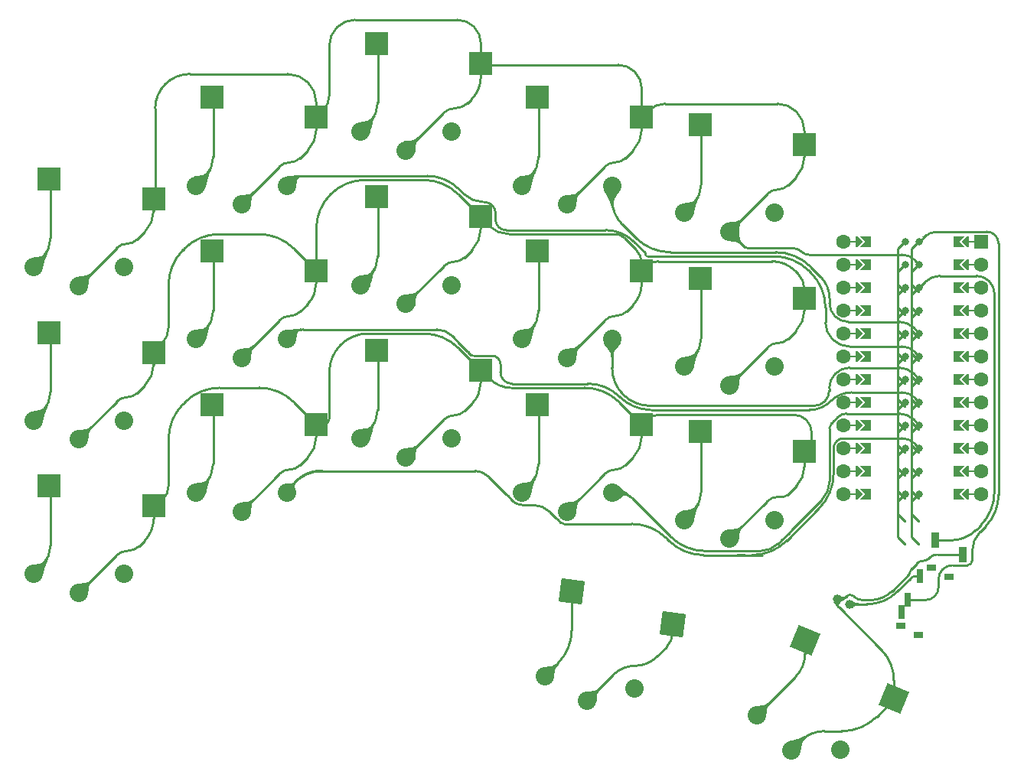
<source format=gbr>
%TF.GenerationSoftware,KiCad,Pcbnew,(6.0.8)*%
%TF.CreationDate,2022-12-27T02:43:28+02:00*%
%TF.ProjectId,lazy_ferris-rounded_final,6c617a79-5f66-4657-9272-69732d726f75,v1.0.0*%
%TF.SameCoordinates,Original*%
%TF.FileFunction,Copper,L2,Bot*%
%TF.FilePolarity,Positive*%
%FSLAX46Y46*%
G04 Gerber Fmt 4.6, Leading zero omitted, Abs format (unit mm)*
G04 Created by KiCad (PCBNEW (6.0.8)) date 2022-12-27 02:43:28*
%MOMM*%
%LPD*%
G01*
G04 APERTURE LIST*
G04 Aperture macros list*
%AMRotRect*
0 Rectangle, with rotation*
0 The origin of the aperture is its center*
0 $1 length*
0 $2 width*
0 $3 Rotation angle, in degrees counterclockwise*
0 Add horizontal line*
21,1,$1,$2,0,0,$3*%
%AMFreePoly0*
4,1,6,0.600000,0.200000,0.000000,-0.400000,-0.600000,0.200000,-0.600000,0.400000,0.600000,0.400000,0.600000,0.200000,0.600000,0.200000,$1*%
%AMFreePoly1*
4,1,5,0.125000,-0.500000,-0.125000,-0.500000,-0.125000,0.500000,0.125000,0.500000,0.125000,-0.500000,0.125000,-0.500000,$1*%
%AMFreePoly2*
4,1,49,0.004773,0.123721,0.009154,0.124665,0.028961,0.117240,0.062500,0.108253,0.068237,0.102516,0.075053,0.099961,0.087617,0.083136,0.108253,0.062500,0.111178,0.051584,0.117161,0.043572,0.118539,0.024114,0.125000,0.000000,0.121239,-0.014035,0.122131,-0.026629,0.113759,-0.041951,0.108253,-0.062500,0.095644,-0.075109,0.088389,-0.088388,-0.641000,-0.817776,-0.641000,-4.770224,
0.088389,-5.499612,0.109852,-5.528356,0.124665,-5.597154,0.099961,-5.663053,0.043572,-5.705161,-0.026629,-5.710131,-0.088388,-5.676389,-0.854388,-4.910388,-0.867707,-4.892552,-0.871189,-4.889530,-0.871982,-4.886826,-0.875852,-4.881644,-0.882331,-4.851549,-0.891000,-4.822000,-0.891000,-0.766000,-0.887805,-0.743969,-0.888131,-0.739371,-0.886780,-0.736898,-0.885852,-0.730498,-0.869151,-0.704632,
-0.854388,-0.677612,-0.088388,0.088389,-0.064606,0.106147,-0.062500,0.108253,-0.061385,0.108552,-0.059644,0.109852,-0.043806,0.113262,0.000000,0.125000,0.004773,0.123721,0.004773,0.123721,$1*%
%AMFreePoly3*
4,1,6,0.600000,-0.250000,-0.600000,-0.250000,-0.600000,1.000000,0.000000,0.400000,0.600000,1.000000,0.600000,-0.250000,0.600000,-0.250000,$1*%
G04 Aperture macros list end*
%TA.AperFunction,ComponentPad*%
%ADD10C,1.000000*%
%TD*%
%TA.AperFunction,SMDPad,CuDef*%
%ADD11R,1.000000X0.800000*%
%TD*%
%TA.AperFunction,SMDPad,CuDef*%
%ADD12R,0.700000X1.500000*%
%TD*%
%TA.AperFunction,SMDPad,CuDef*%
%ADD13R,2.600000X2.600000*%
%TD*%
%TA.AperFunction,ComponentPad*%
%ADD14C,2.032000*%
%TD*%
%TA.AperFunction,SMDPad,CuDef*%
%ADD15RotRect,2.600000X2.600000X352.500000*%
%TD*%
%TA.AperFunction,SMDPad,CuDef*%
%ADD16R,0.900000X1.700000*%
%TD*%
%TA.AperFunction,SMDPad,CuDef*%
%ADD17FreePoly0,270.000000*%
%TD*%
%TA.AperFunction,ComponentPad*%
%ADD18C,1.600000*%
%TD*%
%TA.AperFunction,SMDPad,CuDef*%
%ADD19FreePoly1,90.000000*%
%TD*%
%TA.AperFunction,SMDPad,CuDef*%
%ADD20FreePoly0,90.000000*%
%TD*%
%TA.AperFunction,SMDPad,CuDef*%
%ADD21FreePoly1,270.000000*%
%TD*%
%TA.AperFunction,ComponentPad*%
%ADD22R,1.600000X1.600000*%
%TD*%
%TA.AperFunction,ComponentPad*%
%ADD23C,0.800000*%
%TD*%
%TA.AperFunction,SMDPad,CuDef*%
%ADD24FreePoly2,270.000000*%
%TD*%
%TA.AperFunction,SMDPad,CuDef*%
%ADD25FreePoly3,90.000000*%
%TD*%
%TA.AperFunction,SMDPad,CuDef*%
%ADD26FreePoly2,90.000000*%
%TD*%
%TA.AperFunction,SMDPad,CuDef*%
%ADD27FreePoly3,270.000000*%
%TD*%
%TA.AperFunction,SMDPad,CuDef*%
%ADD28RotRect,2.600000X2.600000X337.500000*%
%TD*%
%TA.AperFunction,Conductor*%
%ADD29C,0.250000*%
%TD*%
G04 APERTURE END LIST*
D10*
%TO.P,,1*%
%TO.N,pos*%
X103264805Y-7127840D03*
%TO.P,,2*%
%TO.N,GND*%
X101878985Y-6553814D03*
%TD*%
D11*
%TO.P,,*%
%TO.N,*%
X114256131Y-4091427D03*
X110885366Y-10566606D03*
X108925072Y-9546142D03*
X112295837Y-3070963D03*
D12*
%TO.P,,1*%
%TO.N,pos*%
X111072832Y-4012641D03*
%TO.P,,2*%
%TO.N,RAW*%
X109687586Y-6673674D03*
%TO.P,,3*%
%TO.N,N/C*%
X108994963Y-8004190D03*
%TD*%
D13*
%TO.P,S11,1*%
%TO.N,P20*%
X32725000Y48950000D03*
%TO.P,S11,2*%
%TO.N,GND*%
X44275000Y46750000D03*
%TD*%
D14*
%TO.P,S6,1*%
%TO.N,P2*%
X23000000Y30200000D03*
X13000000Y30200000D03*
%TO.P,S6,2*%
%TO.N,GND*%
X18000000Y28100000D03*
X18000000Y28100000D03*
%TD*%
%TO.P,S2,1*%
%TO.N,P8*%
X23000000Y-3800000D03*
X13000000Y-3800000D03*
%TO.P,S2,2*%
%TO.N,GND*%
X18000000Y-5900000D03*
X18000000Y-5900000D03*
%TD*%
%TO.P,S28,1*%
%TO.N,P3*%
X85000000Y19200000D03*
X95000000Y19200000D03*
%TO.P,S28,2*%
%TO.N,GND*%
X90000000Y17100000D03*
X90000000Y17100000D03*
%TD*%
D13*
%TO.P,S1,1*%
%TO.N,P8*%
X14725000Y5950000D03*
%TO.P,S1,2*%
%TO.N,GND*%
X26275000Y3750000D03*
%TD*%
D15*
%TO.P,S31,1*%
%TO.N,P9*%
X72529649Y-5673430D03*
%TO.P,S31,2*%
%TO.N,GND*%
X83693679Y-9362186D03*
%TD*%
D13*
%TO.P,S5,1*%
%TO.N,P2*%
X14725000Y39950000D03*
%TO.P,S5,2*%
%TO.N,GND*%
X26275000Y37750000D03*
%TD*%
D16*
%TO.P,,1*%
%TO.N,RST*%
X112743788Y-69868D03*
%TO.P,,2*%
%TO.N,GND*%
X115759624Y-1639814D03*
%TD*%
D14*
%TO.P,S24,1*%
%TO.N,P21*%
X77000000Y39200000D03*
X67000000Y39200000D03*
%TO.P,S24,2*%
%TO.N,GND*%
X72000000Y37100000D03*
X72000000Y37100000D03*
%TD*%
D13*
%TO.P,S7,1*%
%TO.N,P14*%
X32725000Y14950000D03*
%TO.P,S7,2*%
%TO.N,GND*%
X44275000Y12750000D03*
%TD*%
D17*
%TO.P,MCU1,*%
%TO.N,*%
X116092000Y27890000D03*
D18*
X102630000Y12650000D03*
D17*
X116092000Y10110000D03*
D18*
X117870000Y15190000D03*
X102630000Y5030000D03*
D19*
X103900000Y27890000D03*
D20*
X104408000Y7570000D03*
X104408000Y15190000D03*
D21*
X116600000Y5030000D03*
D19*
X103900000Y30430000D03*
D21*
X116600000Y32970000D03*
D17*
X116092000Y25350000D03*
D18*
X117870000Y30430000D03*
X102630000Y25350000D03*
D21*
X116600000Y10110000D03*
D18*
X102630000Y27890000D03*
D20*
X104408000Y20270000D03*
D18*
X117870000Y10110000D03*
D17*
X116092000Y30430000D03*
D20*
X104408000Y12650000D03*
D19*
X103900000Y32970000D03*
D17*
X116092000Y15190000D03*
D18*
X117870000Y25350000D03*
D22*
X117870000Y32970000D03*
D21*
X116600000Y25350000D03*
D18*
X102630000Y30430000D03*
X102630000Y20270000D03*
X102630000Y17730000D03*
X102630000Y32970000D03*
D17*
X116092000Y12650000D03*
D19*
X103900000Y22810000D03*
D20*
X104408000Y17730000D03*
X104408000Y27890000D03*
X104408000Y30430000D03*
D19*
X103900000Y17730000D03*
D17*
X116092000Y17730000D03*
D19*
X103900000Y5030000D03*
D20*
X104408000Y10110000D03*
X104408000Y32970000D03*
D18*
X117870000Y12650000D03*
D21*
X116600000Y20270000D03*
D19*
X103900000Y20270000D03*
D18*
X117870000Y17730000D03*
X102630000Y15190000D03*
D20*
X104408000Y5030000D03*
D17*
X116092000Y5030000D03*
D21*
X116600000Y17730000D03*
D18*
X117870000Y32970000D03*
D21*
X116600000Y7570000D03*
D20*
X104408000Y22810000D03*
D19*
X103900000Y25350000D03*
D18*
X117870000Y20270000D03*
D17*
X116092000Y20270000D03*
D20*
X104408000Y25350000D03*
D21*
X116600000Y30430000D03*
D19*
X103900000Y7570000D03*
D18*
X117870000Y22810000D03*
D17*
X116092000Y7570000D03*
D18*
X102630000Y22810000D03*
D17*
X116092000Y22810000D03*
X116092000Y32970000D03*
D21*
X116600000Y12650000D03*
D19*
X103900000Y10110000D03*
D18*
X102630000Y10110000D03*
D21*
X116600000Y27890000D03*
X116600000Y15190000D03*
D18*
X102630000Y7570000D03*
X117870000Y7570000D03*
X117870000Y27890000D03*
D19*
X103900000Y12650000D03*
X103900000Y15190000D03*
D18*
X117870000Y5030000D03*
D21*
X116600000Y22810000D03*
D23*
%TO.P,MCU1,1*%
%TO.N,RAW*%
X111012000Y32970000D03*
D24*
X111012000Y32970000D03*
D25*
X105424000Y32970000D03*
D24*
%TO.P,MCU1,2*%
%TO.N,GND*%
X111012000Y30430000D03*
D23*
X111012000Y30430000D03*
D25*
%TO.N,N/C*%
X105424000Y30430000D03*
D24*
%TO.P,MCU1,3*%
%TO.N,RST*%
X111012000Y27890000D03*
D25*
X105424000Y27890000D03*
D23*
X111012000Y27890000D03*
D25*
%TO.P,MCU1,4*%
%TO.N,VCC*%
X105424000Y25350000D03*
D23*
X111012000Y25350000D03*
D24*
X111012000Y25350000D03*
D25*
%TO.P,MCU1,5*%
%TO.N,P21*%
X105424000Y22810000D03*
D24*
X111012000Y22810000D03*
D23*
X111012000Y22810000D03*
%TO.P,MCU1,6*%
%TO.N,P20*%
X111012000Y20270000D03*
D25*
X105424000Y20270000D03*
D24*
X111012000Y20270000D03*
D25*
%TO.P,MCU1,7*%
%TO.N,P19*%
X105424000Y17730000D03*
D23*
X111012000Y17730000D03*
D24*
X111012000Y17730000D03*
D25*
%TO.P,MCU1,8*%
%TO.N,P18*%
X105424000Y15190000D03*
D24*
X111012000Y15190000D03*
D23*
X111012000Y15190000D03*
D24*
%TO.P,MCU1,9*%
%TO.N,P15*%
X111012000Y12650000D03*
D23*
X111012000Y12650000D03*
D25*
X105424000Y12650000D03*
%TO.P,MCU1,10*%
%TO.N,P14*%
X105424000Y10110000D03*
D24*
X111012000Y10110000D03*
D23*
X111012000Y10110000D03*
%TO.P,MCU1,11*%
%TO.N,P16*%
X111012000Y7570000D03*
D25*
X105424000Y7570000D03*
D24*
X111012000Y7570000D03*
%TO.P,MCU1,12*%
%TO.N,P10*%
X111012000Y5030000D03*
D25*
X105424000Y5030000D03*
D23*
X111012000Y5030000D03*
%TO.P,MCU1,13*%
%TO.N,P9*%
X109488000Y5030000D03*
D26*
X109488000Y5030000D03*
D27*
X115076000Y5030000D03*
D26*
%TO.P,MCU1,14*%
%TO.N,P8*%
X109488000Y7570000D03*
D23*
X109488000Y7570000D03*
D27*
X115076000Y7570000D03*
D26*
%TO.P,MCU1,15*%
%TO.N,P7*%
X109488000Y10110000D03*
D23*
X109488000Y10110000D03*
D27*
X115076000Y10110000D03*
%TO.P,MCU1,16*%
%TO.N,P6*%
X115076000Y12650000D03*
D26*
X109488000Y12650000D03*
D23*
X109488000Y12650000D03*
D27*
%TO.P,MCU1,17*%
%TO.N,P5*%
X115076000Y15190000D03*
D26*
X109488000Y15190000D03*
D23*
X109488000Y15190000D03*
D27*
%TO.P,MCU1,18*%
%TO.N,P4*%
X115076000Y17730000D03*
D23*
X109488000Y17730000D03*
D26*
X109488000Y17730000D03*
D23*
%TO.P,MCU1,19*%
%TO.N,P3*%
X109488000Y20270000D03*
D26*
X109488000Y20270000D03*
D27*
X115076000Y20270000D03*
D26*
%TO.P,MCU1,20*%
%TO.N,P2*%
X109488000Y22810000D03*
D23*
X109488000Y22810000D03*
D27*
X115076000Y22810000D03*
D26*
%TO.P,MCU1,21*%
%TO.N,GND*%
X109488000Y25350000D03*
D27*
X115076000Y25350000D03*
D23*
X109488000Y25350000D03*
D27*
%TO.P,MCU1,22*%
X115076000Y27890000D03*
D23*
X109488000Y27890000D03*
D26*
X109488000Y27890000D03*
%TO.P,MCU1,23*%
%TO.N,P0*%
X109488000Y30430000D03*
D27*
X115076000Y30430000D03*
D23*
X109488000Y30430000D03*
D27*
%TO.P,MCU1,24*%
%TO.N,P1*%
X115076000Y32970000D03*
D26*
X109488000Y32970000D03*
D23*
X109488000Y32970000D03*
%TD*%
D14*
%TO.P,S30,1*%
%TO.N,P1*%
X95000000Y36200000D03*
X85000000Y36200000D03*
%TO.P,S30,2*%
%TO.N,GND*%
X90000000Y34100000D03*
X90000000Y34100000D03*
%TD*%
D13*
%TO.P,S9,1*%
%TO.N,P18*%
X32725000Y31950000D03*
%TO.P,S9,2*%
%TO.N,GND*%
X44275000Y29750000D03*
%TD*%
D14*
%TO.P,S26,1*%
%TO.N,P6*%
X85000000Y2200000D03*
X95000000Y2200000D03*
%TO.P,S26,2*%
%TO.N,GND*%
X90000000Y100000D03*
X90000000Y100000D03*
%TD*%
D13*
%TO.P,S3,1*%
%TO.N,P5*%
X14725000Y22950000D03*
%TO.P,S3,2*%
%TO.N,GND*%
X26275000Y20750000D03*
%TD*%
%TO.P,S15,1*%
%TO.N,P4*%
X50925000Y37950000D03*
%TO.P,S15,2*%
%TO.N,GND*%
X62475000Y35750000D03*
%TD*%
D14*
%TO.P,S22,1*%
%TO.N,P19*%
X77000000Y22200000D03*
X67000000Y22200000D03*
%TO.P,S22,2*%
%TO.N,GND*%
X72000000Y20100000D03*
X72000000Y20100000D03*
%TD*%
%TO.P,S32,1*%
%TO.N,P9*%
X69546776Y-15114860D03*
X79461225Y-16420121D03*
%TO.P,S32,2*%
%TO.N,GND*%
X74229895Y-17849525D03*
X74229895Y-17849525D03*
%TD*%
D13*
%TO.P,S23,1*%
%TO.N,P21*%
X68725000Y48950000D03*
%TO.P,S23,2*%
%TO.N,GND*%
X80275000Y46750000D03*
%TD*%
D14*
%TO.P,S12,1*%
%TO.N,P20*%
X41000000Y39200000D03*
X31000000Y39200000D03*
%TO.P,S12,2*%
%TO.N,GND*%
X36000000Y37100000D03*
X36000000Y37100000D03*
%TD*%
%TO.P,S4,1*%
%TO.N,P5*%
X23000000Y13200000D03*
X13000000Y13200000D03*
%TO.P,S4,2*%
%TO.N,GND*%
X18000000Y11100000D03*
X18000000Y11100000D03*
%TD*%
%TO.P,S18,1*%
%TO.N,P0*%
X59200000Y45200000D03*
X49200000Y45200000D03*
%TO.P,S18,2*%
%TO.N,GND*%
X54200000Y43100000D03*
X54200000Y43100000D03*
%TD*%
D13*
%TO.P,S25,1*%
%TO.N,P6*%
X86725000Y11950000D03*
%TO.P,S25,2*%
%TO.N,GND*%
X98275000Y9750000D03*
%TD*%
D14*
%TO.P,S16,1*%
%TO.N,P4*%
X59200000Y28200000D03*
X49200000Y28200000D03*
%TO.P,S16,2*%
%TO.N,GND*%
X54200000Y26100000D03*
X54200000Y26100000D03*
%TD*%
D13*
%TO.P,S13,1*%
%TO.N,P7*%
X50925000Y20950000D03*
%TO.P,S13,2*%
%TO.N,GND*%
X62475000Y18750000D03*
%TD*%
%TO.P,S17,1*%
%TO.N,P0*%
X50925000Y54950000D03*
%TO.P,S17,2*%
%TO.N,GND*%
X62475000Y52750000D03*
%TD*%
%TO.P,S21,1*%
%TO.N,P19*%
X68725000Y31950000D03*
%TO.P,S21,2*%
%TO.N,GND*%
X80275000Y29750000D03*
%TD*%
%TO.P,S29,1*%
%TO.N,P1*%
X86725000Y45950000D03*
%TO.P,S29,2*%
%TO.N,GND*%
X98275000Y43750000D03*
%TD*%
D14*
%TO.P,S20,1*%
%TO.N,P15*%
X67000000Y5200000D03*
X77000000Y5200000D03*
%TO.P,S20,2*%
%TO.N,GND*%
X72000000Y3100000D03*
X72000000Y3100000D03*
%TD*%
%TO.P,S14,1*%
%TO.N,P7*%
X49200000Y11200000D03*
X59200000Y11200000D03*
%TO.P,S14,2*%
%TO.N,GND*%
X54200000Y9100000D03*
X54200000Y9100000D03*
%TD*%
%TO.P,S34,1*%
%TO.N,P10*%
X93021320Y-19445450D03*
X102260116Y-23272284D03*
%TO.P,S34,2*%
%TO.N,GND*%
X96837083Y-23299014D03*
X96837083Y-23299014D03*
%TD*%
D13*
%TO.P,S19,1*%
%TO.N,P15*%
X68725000Y14950000D03*
%TO.P,S19,2*%
%TO.N,GND*%
X80275000Y12750000D03*
%TD*%
%TO.P,S27,1*%
%TO.N,P3*%
X86725000Y28950000D03*
%TO.P,S27,2*%
%TO.N,GND*%
X98275000Y26750000D03*
%TD*%
D14*
%TO.P,S10,1*%
%TO.N,P18*%
X41000000Y22200000D03*
X31000000Y22200000D03*
%TO.P,S10,2*%
%TO.N,GND*%
X36000000Y20100000D03*
X36000000Y20100000D03*
%TD*%
D28*
%TO.P,S33,1*%
%TO.N,P10*%
X98346176Y-11097754D03*
%TO.P,S33,2*%
%TO.N,GND*%
X108175081Y-17550282D03*
%TD*%
D14*
%TO.P,S8,1*%
%TO.N,P14*%
X31000000Y5200000D03*
X41000000Y5200000D03*
%TO.P,S8,2*%
%TO.N,GND*%
X36000000Y3100000D03*
X36000000Y3100000D03*
%TD*%
D29*
%TO.N,P8*%
X14875001Y5693932D02*
X14875001Y-599173D01*
X14800000Y5874999D02*
X14725000Y5950000D01*
X13937500Y-2862499D02*
X13000000Y-3800000D01*
X14799991Y5874990D02*
G75*
G02*
X14875001Y5693932I-181091J-181090D01*
G01*
X13937500Y-2862499D02*
G75*
G03*
X14875001Y-599173I-2263330J2263329D01*
G01*
%TO.N,GND*%
X104704921Y-6677840D02*
X105562882Y-6677840D01*
X62475000Y18722500D02*
X62475000Y17395657D01*
X79279747Y25939747D02*
X78623215Y25283215D01*
X97033105Y32275000D02*
X97031965Y32275000D01*
X98275000Y42395657D02*
X98275000Y43750000D01*
X79737499Y13287500D02*
X77793791Y15231207D01*
X109091504Y31555000D02*
X98771908Y31555000D01*
X112965471Y-1639814D02*
X115759624Y-1639814D01*
X44275000Y29750000D02*
X41793791Y32231208D01*
X49686530Y39825001D02*
X56146035Y39825001D01*
X44275000Y47260884D02*
X44275000Y46239115D01*
X37946035Y16825001D02*
X33603964Y16825001D01*
X96008604Y32275000D02*
X94985812Y32275000D01*
X58308413Y47208413D02*
X54200000Y43100000D01*
X90000000Y34100000D02*
X91697720Y32402279D01*
X22202569Y32302569D02*
X18000000Y28100000D01*
X58402569Y30302569D02*
X54200000Y26100000D01*
X63492499Y17787500D02*
X62549445Y18730554D01*
X98275000Y25670788D02*
X98275000Y25487367D01*
X94690074Y30825001D02*
X82110141Y30825001D01*
X44275000Y12714644D02*
X44275000Y11395657D01*
X108175081Y-17515916D02*
X108175081Y-17481551D01*
X44275000Y29750000D02*
X44275000Y28395657D01*
X102232538Y-6553814D02*
X102272585Y-6553814D01*
X98855000Y9955000D02*
X98782582Y9882582D01*
X97397500Y5957500D02*
X96978850Y5538850D01*
X95444099Y4774099D02*
X95997794Y4774099D01*
X90000000Y34100000D02*
X94202569Y38302569D01*
X106277829Y-19584992D02*
X108126481Y-17736340D01*
X110449500Y30992500D02*
X111012000Y30430000D01*
X62475000Y51189850D02*
X62475000Y52626256D01*
X98275000Y26129342D02*
X98275000Y25762499D01*
X82852731Y48260000D02*
X95279027Y48260000D01*
X80275000Y47283865D02*
X80275000Y49954591D01*
X81030000Y47505000D02*
X80652500Y47127500D01*
X59993791Y21231208D02*
X62455554Y18769445D01*
X110717100Y-2618372D02*
X110123748Y-3211725D01*
X26275000Y19395657D02*
X26275000Y19572667D01*
X80275000Y28989859D02*
X80275000Y28342500D01*
X45720000Y18548696D02*
X45720000Y13397500D01*
X29533792Y15008792D02*
X29756208Y15231208D01*
X108175081Y-17515916D02*
X108175081Y-17584646D01*
X96775128Y32275000D02*
X97029116Y32275000D01*
X97033105Y32275000D02*
X97033675Y32275000D01*
X24479314Y16245628D02*
X25317334Y17083648D01*
X96479314Y22245628D02*
X97317334Y23083648D01*
X92005000Y32275000D02*
X94985812Y32275000D01*
X80275000Y47283865D02*
X80275000Y46216134D01*
X96479314Y39245628D02*
X97317334Y40083648D01*
X33538964Y33825001D02*
X37946035Y33825001D01*
X108175081Y-17344092D02*
X108175081Y-17481551D01*
X26275000Y2312500D02*
X26275000Y3582500D01*
X44275000Y29750000D02*
X44275000Y34413470D01*
X22143768Y-1756231D02*
X18000000Y-5900000D01*
X63390000Y34740001D02*
X62508586Y35621415D01*
X80275000Y30510140D02*
X80275000Y28989859D01*
X97031965Y32275000D02*
X97031395Y32275000D01*
X43317334Y26083648D02*
X42479314Y25245628D01*
X98275000Y27737500D02*
X98275000Y26129342D01*
X44300000Y12725000D02*
X44249999Y12774999D01*
X78623416Y33136583D02*
X79142500Y32617499D01*
X61039784Y48339784D02*
X61474549Y48774549D01*
X112032408Y-2073553D02*
X112113074Y-1992888D01*
X108175081Y-17344092D02*
X108175081Y-15553649D01*
X78337499Y33422500D02*
X78623416Y33136583D01*
X98275000Y8075972D02*
X98275000Y9562500D01*
X76202569Y7302569D02*
X72000000Y3100000D01*
X83693679Y-10286517D02*
X83693679Y-9362186D01*
X83040078Y-11864448D02*
X81959558Y-12944968D01*
X27940000Y23592332D02*
X27940000Y28226036D01*
X92005000Y32275000D02*
X92185000Y32275000D01*
X41793791Y15231208D02*
X44249999Y12774999D01*
X79272271Y32487728D02*
X79531813Y32228186D01*
X62475000Y52873743D02*
X62475000Y52626256D01*
X98275000Y45264027D02*
X98275000Y43750000D01*
X98275000Y25670788D02*
X98275000Y25762499D01*
X25258534Y-141465D02*
X24704428Y-695570D01*
X96008604Y32275000D02*
X96264872Y32275000D01*
X43317334Y43083648D02*
X42479314Y42245628D01*
X27940000Y11161036D02*
X27940000Y6020452D01*
X26728440Y3868440D02*
X27275000Y4415000D01*
X77365777Y33825001D02*
X65599007Y33825001D01*
X102944503Y-6275496D02*
X103003633Y-6216367D01*
X97031395Y32275000D02*
X97029116Y32275000D01*
X44997500Y47472500D02*
X44636250Y47111250D01*
X78479314Y8245628D02*
X79317334Y9083648D01*
X96443524Y5003524D02*
X96367049Y4927049D01*
X43317334Y9083648D02*
X42479314Y8245628D01*
X40202569Y7302569D02*
X36000000Y3100000D01*
X99060000Y11904504D02*
X99060000Y10449913D01*
X96775128Y32275000D02*
X96264872Y32275000D01*
X80275000Y11989859D02*
X80275000Y11395657D01*
X94202569Y21302569D02*
X90000000Y17100000D01*
X40202569Y41302569D02*
X36000000Y37100000D01*
X78479314Y42245628D02*
X79317334Y43083648D01*
X56146035Y22825001D02*
X49996304Y22825001D01*
X97224999Y29775000D02*
X97576732Y29423267D01*
X24479314Y33245628D02*
X25317334Y34083648D01*
X29533792Y32073792D02*
X29691208Y32231208D01*
X44275000Y45395657D02*
X44275000Y46239115D01*
X76164982Y24264982D02*
X72000000Y20100000D01*
X103678527Y-6216367D02*
X103740540Y-6278380D01*
X79661584Y32098415D02*
X79531813Y32228186D01*
X76202569Y41302569D02*
X72000000Y37100000D01*
X107991893Y-5671710D02*
X109891725Y-3771878D01*
X94129626Y4229626D02*
X90000000Y100000D01*
X102430073Y-21178785D02*
X100456540Y-21178785D01*
X60679314Y31245628D02*
X61517334Y32083648D01*
X45720000Y49216769D02*
X45720000Y54699131D01*
X60679314Y14245628D02*
X61517334Y15083648D01*
X108175081Y-17584646D02*
X108175081Y-17619011D01*
X48570868Y57550000D02*
X59888733Y57550000D01*
X59993791Y38231208D02*
X62441413Y35783586D01*
X62475000Y54963733D02*
X62475000Y52873743D01*
X44360355Y12700000D02*
X45022500Y12700000D01*
X26275000Y36395657D02*
X26275000Y37626256D01*
X97897197Y-22238899D02*
X96837083Y-23299014D01*
X77654591Y52575000D02*
X62773743Y52575000D01*
X58402569Y13302569D02*
X54200000Y9100000D01*
X80275000Y30510140D02*
X80275000Y30617500D01*
X41125387Y51550000D02*
X30273919Y51550000D01*
X96978850Y5538850D02*
X96672949Y5232949D01*
X97139503Y13825001D02*
X82110141Y13825001D01*
X77136798Y-14942621D02*
X74229895Y-17849525D01*
X96596474Y5156474D02*
X96443524Y5003524D01*
X65816178Y16825001D02*
X73946035Y16825001D01*
X44275000Y47260884D02*
X44275000Y48400387D01*
X79272271Y32487728D02*
X79142500Y32617499D01*
X98275000Y25395657D02*
X98275000Y25487367D01*
X22202569Y15302569D02*
X18000000Y11100000D01*
X80275000Y45395657D02*
X80275000Y46216134D01*
X102128984Y-7510919D02*
X106763248Y-12145183D01*
X96672949Y5232949D02*
X96596474Y5156474D01*
X40202569Y24302569D02*
X36000000Y20100000D01*
X62475000Y35702501D02*
X62475000Y34395657D01*
X26450000Y38048743D02*
X26450000Y47726080D01*
X95340942Y21774070D02*
G75*
G03*
X96479313Y22245629I-42J1609930D01*
G01*
X24704438Y-695580D02*
G75*
G02*
X23424099Y-1225901I-1280338J1280380D01*
G01*
X26450008Y47726080D02*
G75*
G02*
X27570000Y50430000I3823892J20D01*
G01*
X62455553Y18769444D02*
G75*
G03*
X62502500Y18750000I46947J46956D01*
G01*
X78479293Y8245649D02*
G75*
G02*
X77340942Y7774099I-1138393J1138351D01*
G01*
X42479293Y25245649D02*
G75*
G02*
X41340942Y24774099I-1138393J1138351D01*
G01*
X110449499Y30992499D02*
G75*
G03*
X109091504Y31555000I-1357999J-1357999D01*
G01*
X26275019Y37626256D02*
G75*
G02*
X26362501Y37837499I298681J44D01*
G01*
X79507503Y51807503D02*
G75*
G03*
X77654591Y52575000I-1852903J-1852903D01*
G01*
X100456540Y-21178801D02*
G75*
G03*
X97897197Y-22238899I-40J-3619399D01*
G01*
X80275008Y30617500D02*
G75*
G03*
X79661584Y32098415I-2094308J0D01*
G01*
X59540942Y30774070D02*
G75*
G03*
X58402569Y30302569I-42J-1609870D01*
G01*
X44275022Y11395657D02*
G75*
G02*
X43317334Y9083648I-3269722J43D01*
G01*
X103003633Y-6216367D02*
G75*
G02*
X103678527Y-6216367I337447J-337444D01*
G01*
X92005000Y32275000D02*
G75*
G02*
X92005000Y32275000I0J0D01*
G01*
X80275017Y11989859D02*
G75*
G02*
X80812500Y13287500I1835083J41D01*
G01*
X95340942Y21774070D02*
G75*
G03*
X94202569Y21302569I-42J-1609870D01*
G01*
X98275000Y9562500D02*
G75*
G02*
X98462500Y9750000I187500J0D01*
G01*
X79317318Y43083664D02*
G75*
G03*
X80275000Y45395657I-2312018J2312036D01*
G01*
X104704921Y-6677825D02*
G75*
G02*
X103740540Y-6278380I-21J1363825D01*
G01*
X98782589Y9882575D02*
G75*
G02*
X98462500Y9750000I-320089J320125D01*
G01*
X44636224Y47111276D02*
G75*
G02*
X44275000Y47260884I-149624J149624D01*
G01*
X45022500Y12700000D02*
G75*
G03*
X45720000Y13397500I0J697500D01*
G01*
X26275014Y19572667D02*
G75*
G02*
X27107500Y21582500I2842286J33D01*
G01*
X22202549Y32302590D02*
G75*
G02*
X23340942Y32774099I1138351J-1138390D01*
G01*
X41125387Y51549995D02*
G75*
G02*
X43352500Y50627500I13J-3149595D01*
G01*
X26275000Y3582500D02*
G75*
G02*
X26442500Y3750000I167500J0D01*
G01*
X24479293Y33245649D02*
G75*
G02*
X23340942Y32774099I-1138393J1138351D01*
G01*
X45859991Y38240009D02*
G75*
G02*
X49686530Y39825001I3826509J-3826509D01*
G01*
X76164990Y24264974D02*
G75*
G02*
X77394099Y24774099I1229110J-1229074D01*
G01*
X62475022Y17395657D02*
G75*
G02*
X61517334Y15083648I-3269722J43D01*
G01*
X77136809Y-14942632D02*
G75*
G02*
X79548178Y-13943795I2411391J-2411368D01*
G01*
X41340942Y41774070D02*
G75*
G03*
X40202569Y41302569I-42J-1609870D01*
G01*
X65599007Y33825003D02*
G75*
G02*
X63390000Y34740001I-7J3123997D01*
G01*
X46555009Y56714991D02*
G75*
G02*
X48570868Y57550000I2015891J-2015891D01*
G01*
X62475022Y34395657D02*
G75*
G02*
X61517334Y32083648I-3269722J43D01*
G01*
X78623209Y25283221D02*
G75*
G02*
X77394099Y24774099I-1229109J1229079D01*
G01*
X26275008Y2312500D02*
G75*
G02*
X25258534Y-141465I-3470408J0D01*
G01*
X97576725Y29423260D02*
G75*
G02*
X98275000Y27737500I-1685725J-1685760D01*
G01*
X81029991Y47505009D02*
G75*
G02*
X82852731Y48260000I1822709J-1822709D01*
G01*
X102430073Y-21178755D02*
G75*
G03*
X106277829Y-19584992I27J5441555D01*
G01*
X22143761Y-1756224D02*
G75*
G02*
X23424099Y-1225901I1280339J-1280376D01*
G01*
X26275022Y19395657D02*
G75*
G02*
X25317334Y17083648I-3269722J43D01*
G01*
X45720012Y49216769D02*
G75*
G02*
X44997499Y47472501I-2466812J31D01*
G01*
X46555009Y56714991D02*
G75*
G03*
X45720000Y54699131I2015891J-2015891D01*
G01*
X99060001Y11904504D02*
G75*
G03*
X98497499Y13262500I-1920501J-4D01*
G01*
X78479293Y42245649D02*
G75*
G02*
X77340942Y41774099I-1138393J1138351D01*
G01*
X78337506Y33422507D02*
G75*
G03*
X77365777Y33825001I-971706J-971707D01*
G01*
X44636254Y47111246D02*
G75*
G03*
X44275000Y46239115I872146J-872146D01*
G01*
X112113086Y-1992900D02*
G75*
G02*
X112965471Y-1639814I852414J-852400D01*
G01*
X44275022Y45395657D02*
G75*
G02*
X43317334Y43083648I-3269722J43D01*
G01*
X62508580Y35621409D02*
G75*
G02*
X62475000Y35702501I81120J81091D01*
G01*
X97317318Y23083664D02*
G75*
G03*
X98275000Y25395657I-2312018J2312036D01*
G01*
X95340942Y38774070D02*
G75*
G03*
X94202569Y38302569I-42J-1609870D01*
G01*
X44274995Y48400387D02*
G75*
G03*
X43352500Y50627500I-3149595J13D01*
G01*
X41340942Y24774070D02*
G75*
G03*
X40202569Y24302569I-42J-1609870D01*
G01*
X44299924Y12724924D02*
G75*
G03*
X44275000Y12714644I-10324J-10324D01*
G01*
X62562487Y52662487D02*
G75*
G02*
X62475000Y52873743I211213J211213D01*
G01*
X62474996Y18722500D02*
G75*
G03*
X62455554Y18769445I-66396J0D01*
G01*
X95279027Y48260011D02*
G75*
G02*
X97397500Y47382500I-27J-2996011D01*
G01*
X80275097Y30510140D02*
G75*
G03*
X80812499Y30287501I314803J-40D01*
G01*
X26275022Y36395657D02*
G75*
G02*
X25317334Y34083648I-3269722J43D01*
G01*
X59540942Y13774070D02*
G75*
G03*
X58402569Y13302569I-42J-1609870D01*
G01*
X30273919Y51549992D02*
G75*
G03*
X27570000Y50430000I-19J-3823892D01*
G01*
X27939990Y28226036D02*
G75*
G02*
X29533793Y32073791I5441610J-36D01*
G01*
X99059994Y10449913D02*
G75*
G02*
X98855000Y9955000I-699894J-13D01*
G01*
X98771908Y31555002D02*
G75*
G02*
X97902792Y31915000I-8J1229098D01*
G01*
X26442500Y3750006D02*
G75*
G03*
X26728440Y3868440I0J404394D01*
G01*
X79737499Y13287500D02*
G75*
G03*
X80812500Y13287500I537500J537500D01*
G01*
X79737511Y13287512D02*
G75*
G02*
X80275000Y11989859I-1297611J-1297612D01*
G01*
X98275011Y8075972D02*
G75*
G02*
X97397500Y5957500I-2996011J28D01*
G01*
X59674099Y47774109D02*
G75*
G03*
X61039784Y48339784I1J1931391D01*
G01*
X62562575Y52662575D02*
G75*
G03*
X62475000Y52626256I-36275J-36275D01*
G01*
X42479293Y42245649D02*
G75*
G02*
X41340942Y41774099I-1138393J1138351D01*
G01*
X91697712Y32402271D02*
G75*
G03*
X92005000Y32275000I307288J307329D01*
G01*
X81959567Y-12944977D02*
G75*
G02*
X79548178Y-13943795I-2411367J2411377D01*
G01*
X80275022Y11395657D02*
G75*
G02*
X79317334Y9083648I-3269722J43D01*
G01*
X49996304Y22824998D02*
G75*
G03*
X46972501Y21572499I-4J-4276298D01*
G01*
X41793784Y32231201D02*
G75*
G03*
X37946035Y33825001I-3847784J-3847801D01*
G01*
X41340942Y7774070D02*
G75*
G03*
X40202569Y7302569I-42J-1609870D01*
G01*
X98497499Y13262500D02*
G75*
G03*
X97139503Y13825001I-1357999J-1358000D01*
G01*
X77793785Y15231201D02*
G75*
G03*
X73946035Y16825001I-3847785J-3847801D01*
G01*
X82110141Y30824983D02*
G75*
G03*
X80812500Y30287500I-41J-1835083D01*
G01*
X23340942Y15774070D02*
G75*
G03*
X24479313Y16245629I-42J1609930D01*
G01*
X62562487Y52662487D02*
G75*
G03*
X62773743Y52575000I211213J211213D01*
G01*
X76202549Y41302590D02*
G75*
G02*
X77340942Y41774099I1138351J-1138390D01*
G01*
X96367051Y4927047D02*
G75*
G02*
X95997794Y4774099I-369251J369253D01*
G01*
X80652510Y47127490D02*
G75*
G03*
X80275000Y46216134I911390J-911390D01*
G01*
X80275001Y28342500D02*
G75*
G02*
X79279747Y25939747I-3398001J0D01*
G01*
X94129636Y4229616D02*
G75*
G02*
X95444099Y4774099I1314464J-1314416D01*
G01*
X59540942Y30774070D02*
G75*
G03*
X60679313Y31245629I-42J1609930D01*
G01*
X110007731Y-3491802D02*
G75*
G02*
X110123748Y-3211725I396069J2D01*
G01*
X45720002Y18548696D02*
G75*
G02*
X46972501Y21572499I4276298J4D01*
G01*
X59674099Y47774091D02*
G75*
G03*
X58308413Y47208413I1J-1931391D01*
G01*
X98275011Y45264027D02*
G75*
G03*
X97397500Y47382500I-2996011J-27D01*
G01*
X44275012Y34413470D02*
G75*
G02*
X45860000Y38240000I5411488J30D01*
G01*
X44300013Y12725013D02*
G75*
G03*
X44360355Y12700000I60387J60387D01*
G01*
X76202549Y7302590D02*
G75*
G02*
X77340942Y7774099I1138351J-1138390D01*
G01*
X56146035Y39825010D02*
G75*
G02*
X59993791Y38231208I-35J-5441610D01*
G01*
X101878914Y-6907367D02*
G75*
G02*
X102232538Y-6553814I353586J-33D01*
G01*
X97317318Y40083664D02*
G75*
G03*
X98275000Y42395657I-2312018J2312036D01*
G01*
X61717490Y56792490D02*
G75*
G02*
X62475000Y54963733I-1828790J-1828790D01*
G01*
X44275022Y28395657D02*
G75*
G02*
X43317334Y26083648I-3269722J43D01*
G01*
X41793784Y15231201D02*
G75*
G03*
X37946035Y16825001I-3847784J-3847801D01*
G01*
X42479293Y8245649D02*
G75*
G02*
X41340942Y7774099I-1138393J1138351D01*
G01*
X82110141Y13824983D02*
G75*
G03*
X80812500Y13287500I-41J-1835083D01*
G01*
X102272585Y-6553809D02*
G75*
G03*
X102944503Y-6275496I15J950209D01*
G01*
X80652441Y47127559D02*
G75*
G02*
X80275000Y47283865I-156341J156341D01*
G01*
X56146035Y22825010D02*
G75*
G02*
X59993791Y21231208I-35J-5441610D01*
G01*
X108126466Y-17736325D02*
G75*
G03*
X108175081Y-17619011I-117266J117325D01*
G01*
X83693676Y-10286517D02*
G75*
G02*
X83040078Y-11864448I-2231576J17D01*
G01*
X29756215Y15231201D02*
G75*
G02*
X33603964Y16825001I3847785J-3847801D01*
G01*
X106763219Y-12145212D02*
G75*
G02*
X108175081Y-15553649I-3408419J-3408488D01*
G01*
X27939990Y11161036D02*
G75*
G02*
X29533793Y15008791I5441610J-36D01*
G01*
X61717490Y56792490D02*
G75*
G03*
X59888733Y57550000I-1828790J-1828790D01*
G01*
X62549447Y18730556D02*
G75*
G03*
X62502500Y18750000I-46947J-46956D01*
G01*
X61474549Y48774549D02*
G75*
G03*
X62475000Y51189850I-2415299J2415301D01*
G01*
X97033675Y32274987D02*
G75*
G02*
X97902792Y31915000I25J-1229087D01*
G01*
X44249987Y12774987D02*
G75*
G02*
X44275000Y12714644I-60387J-60387D01*
G01*
X109891735Y-3771888D02*
G75*
G03*
X110007737Y-3491802I-280135J280088D01*
G01*
X27107501Y21582499D02*
G75*
G03*
X27940000Y23592332I-2009831J2009831D01*
G01*
X80274996Y49954591D02*
G75*
G03*
X79507500Y51807500I-2620396J9D01*
G01*
X27940019Y6020452D02*
G75*
G02*
X27274999Y4415001I-2270519J48D01*
G01*
X97225007Y29775008D02*
G75*
G03*
X94690074Y30825001I-2534907J-2534908D01*
G01*
X80275017Y28989859D02*
G75*
G02*
X80812500Y30287500I1835083J41D01*
G01*
X29691215Y32231201D02*
G75*
G02*
X33538964Y33825001I3847785J-3847801D01*
G01*
X62441419Y35783592D02*
G75*
G02*
X62475000Y35702501I-81119J-81092D01*
G01*
X26362513Y37837487D02*
G75*
G03*
X26450000Y38048743I-211213J211213D01*
G01*
X91697712Y32402271D02*
G75*
G03*
X92005000Y32275000I307288J307329D01*
G01*
X62441419Y35783592D02*
G75*
G02*
X62475000Y35702501I-81119J-81092D01*
G01*
X111374755Y-2345994D02*
G75*
G03*
X110717100Y-2618372I-55J-930006D01*
G01*
X23340942Y15774070D02*
G75*
G03*
X22202569Y15302569I-42J-1609870D01*
G01*
X62475000Y35702501D02*
G75*
G02*
X62475000Y35702501I0J0D01*
G01*
X111374755Y-2346000D02*
G75*
G03*
X112032408Y-2073553I-55J930100D01*
G01*
X62475000Y18722500D02*
G75*
G02*
X62502500Y18750000I27500J0D01*
G01*
X105562882Y-6677826D02*
G75*
G03*
X107991892Y-5671709I18J3435126D01*
G01*
X65816178Y16824992D02*
G75*
G02*
X63492500Y17787501I22J3286208D01*
G01*
X59540942Y13774070D02*
G75*
G03*
X60679313Y14245629I-42J1609930D01*
G01*
X95340942Y38774070D02*
G75*
G03*
X96479313Y39245629I-42J1609930D01*
G01*
X101878998Y-6907367D02*
G75*
G03*
X102128984Y-7510919I853502J-33D01*
G01*
%TO.N,P5*%
X13937500Y14137500D02*
X13000000Y13200000D01*
X14875001Y22693932D02*
X14875001Y16400826D01*
X14800000Y22874999D02*
X14725000Y22950000D01*
X14799991Y22874990D02*
G75*
G02*
X14875001Y22693932I-181091J-181090D01*
G01*
X13937499Y14137501D02*
G75*
G03*
X14875001Y16400826I-2263329J2263329D01*
G01*
%TO.N,P2*%
X14875001Y33400826D02*
X14875001Y39693932D01*
X13937500Y31137500D02*
X13000000Y30200000D01*
X14800000Y39874999D02*
X14725000Y39950000D01*
X13937499Y31137501D02*
G75*
G03*
X14875001Y33400826I-2263329J2263329D01*
G01*
X14875013Y39693932D02*
G75*
G03*
X14800000Y39874999I-256113J-32D01*
G01*
%TO.N,P14*%
X72585690Y1759000D02*
X72129229Y1759000D01*
X83280811Y-97207D02*
X83018396Y165207D01*
X65462614Y4840922D02*
X65855384Y4448153D01*
X40760000Y5080000D02*
X40795147Y5080000D01*
X44976051Y7620000D02*
X53340000Y7620000D01*
X70242461Y2961077D02*
X70491076Y2712462D01*
X70242461Y2961077D02*
X70118154Y3085385D01*
X71786884Y1759000D02*
X71672769Y1759000D01*
X61390884Y7620000D02*
X60529114Y7620000D01*
X88139573Y-1690999D02*
X91695428Y-1691000D01*
X60098229Y7620000D02*
X58374690Y7620000D01*
X68250482Y3859000D02*
X66999998Y3859000D01*
X79170640Y1759000D02*
X72585690Y1759000D01*
X70491076Y2712462D02*
X70740671Y2462867D01*
X40940000Y5140000D02*
X41000000Y5200000D01*
X70987325Y2216212D02*
X71053152Y2150385D01*
X88139573Y-1690999D02*
X87634070Y-1690999D01*
X61390884Y7620000D02*
X61821769Y7620000D01*
X101505000Y7333963D02*
X101505000Y10110001D01*
X70740671Y2462867D02*
X70987325Y2216212D01*
X72015114Y1759000D02*
X71786884Y1759000D01*
X60529114Y7620000D02*
X60098229Y7620000D01*
X87297068Y-1690999D02*
X87634070Y-1690999D01*
X91695428Y-1691000D02*
X93641857Y-1691000D01*
X72015114Y1759000D02*
X72129229Y1759000D01*
X88139573Y-1690999D02*
X87634070Y-1690999D01*
X110449500Y10672500D02*
X111012000Y10110000D01*
X102629998Y11235000D02*
X109091504Y11235000D01*
X90920572Y-1690999D02*
X92480036Y-1690999D01*
X71196903Y2006634D02*
X71168153Y2035384D01*
X87128567Y-1691000D02*
X87297068Y-1690999D01*
X64480690Y5822846D02*
X65266229Y5037307D01*
X41910000Y6350000D02*
X40724852Y5164852D01*
X32875001Y14693932D02*
X32875001Y8400826D01*
X63292901Y7010636D02*
X64480690Y5822846D01*
X65855384Y4448153D02*
X66051769Y4251769D01*
X90920572Y-1690999D02*
X88139573Y-1690999D01*
X58374690Y7620000D02*
X44351572Y7620000D01*
X31937500Y6137500D02*
X31000000Y5200000D01*
X71196903Y2006634D02*
X71254404Y1949133D01*
X32800000Y14874999D02*
X32725000Y14950000D01*
X87634070Y-1690999D02*
X87297068Y-1690999D01*
X71053152Y2150385D02*
X71168153Y2035384D01*
X71254404Y1949133D02*
X71283155Y1920383D01*
X99911207Y3486207D02*
X96327792Y-97207D01*
X65462614Y4840922D02*
X65266229Y5037307D01*
X83018387Y165198D02*
G75*
G03*
X79170640Y1759000I-3847787J-3847798D01*
G01*
X101505000Y10110001D02*
G75*
G02*
X101834504Y10905495I1125000J-1D01*
G01*
X71672769Y1758979D02*
G75*
G02*
X71283155Y1920383I31J551021D01*
G01*
X44351572Y7620000D02*
G75*
G02*
X44976051Y7620000I312239J-1081361824D01*
G01*
X91695428Y-1691140D02*
G75*
G03*
X90920572Y-1691000I-581143J-1072050684D01*
G01*
X44976051Y7620020D02*
G75*
G03*
X41910000Y6350000I49J-4336120D01*
G01*
X66051770Y4251770D02*
G75*
G03*
X66999998Y3859000I948230J948230D01*
G01*
X32874989Y8400826D02*
G75*
G02*
X31937500Y6137500I-3200789J-26D01*
G01*
X44351570Y7620015D02*
G75*
G03*
X41910001Y6349999I378930J-3710415D01*
G01*
X110449499Y10672499D02*
G75*
G03*
X109091504Y11235000I-1357999J-1357999D01*
G01*
X87128567Y-1691008D02*
G75*
G02*
X83280811Y-97207I33J5441608D01*
G01*
X96327784Y-97199D02*
G75*
G02*
X92480036Y-1690999I-3847784J3847799D01*
G01*
X32799991Y14874990D02*
G75*
G02*
X32875001Y14693932I-181091J-181090D01*
G01*
X87634070Y-1690999D02*
G75*
G02*
X87634070Y-1690999I0J0D01*
G01*
X40939986Y5140014D02*
G75*
G02*
X40795147Y5080000I-144886J144886D01*
G01*
X61821769Y7619975D02*
G75*
G02*
X63292900Y7010635I31J-2080475D01*
G01*
X88139573Y-1690999D02*
G75*
G03*
X88139573Y-1690999I0J0D01*
G01*
X101834504Y10905495D02*
G75*
G02*
X102629998Y11235000I795496J-795495D01*
G01*
X99911199Y3486215D02*
G75*
G03*
X101505000Y7333963I-3847799J3847785D01*
G01*
X40724859Y5164845D02*
G75*
G03*
X40760000Y5080000I35141J-35145D01*
G01*
X70118166Y3085397D02*
G75*
G03*
X68250482Y3859000I-1867666J-1867697D01*
G01*
%TO.N,P18*%
X61191773Y20669622D02*
X61309622Y20551773D01*
X59330159Y22531234D02*
X59345697Y22515697D01*
X32875001Y31693932D02*
X32875001Y25400826D01*
X42835141Y23275001D02*
X57600473Y23275001D01*
X60615697Y21245697D02*
X60803909Y21057485D01*
X41537500Y22737500D02*
X41000000Y22200000D01*
X60098546Y21762848D02*
X59407848Y22453546D01*
X60098546Y21762848D02*
X60615697Y21245697D01*
X60944636Y20916759D02*
X61085363Y20776032D01*
X64641395Y19450780D02*
X64641395Y18554303D01*
X61191773Y20669622D02*
X61085363Y20776032D01*
X98852221Y14375000D02*
X81337006Y14375000D01*
X32800000Y31874999D02*
X32725000Y31950000D01*
X74335784Y17275001D02*
X65920697Y17275001D01*
X61653059Y20375000D02*
X63717175Y20375000D01*
X59345697Y22515697D02*
X59407848Y22453546D01*
X59283546Y22577849D02*
X61368546Y20492848D01*
X61368547Y20492849D02*
X61309622Y20551773D01*
X31937500Y23137500D02*
X31000000Y22200000D01*
X59299084Y22562311D02*
X59330159Y22531234D01*
X109091504Y16315000D02*
X103535796Y16315000D01*
X59283546Y22577849D02*
X59299084Y22562311D01*
X60803909Y21057485D02*
X60944636Y20916759D01*
X110449500Y15752500D02*
X111012000Y15190000D01*
X32799991Y31874990D02*
G75*
G02*
X32875001Y31693932I-181091J-181090D01*
G01*
X32874989Y25400826D02*
G75*
G02*
X31937500Y23137500I-3200789J-26D01*
G01*
X57600473Y23274988D02*
G75*
G02*
X59283546Y22577849I27J-2380188D01*
G01*
X77836401Y15825006D02*
G75*
G03*
X74335784Y17275001I-3500601J-3500606D01*
G01*
X63717175Y20374987D02*
G75*
G02*
X64370696Y20104301I25J-924187D01*
G01*
X59283546Y22577849D02*
G75*
G02*
X59283546Y22577849I0J0D01*
G01*
X101194008Y15345001D02*
G75*
G02*
X103535796Y16315000I2341792J-2341801D01*
G01*
X101194001Y15345008D02*
G75*
G02*
X98852221Y14375000I-2341801J2341792D01*
G01*
X65920697Y17274995D02*
G75*
G02*
X64641395Y18554303I3J1279305D01*
G01*
X64641387Y19450780D02*
G75*
G03*
X64370696Y20104301I-924187J20D01*
G01*
X61653059Y20374954D02*
G75*
G02*
X61368547Y20492849I41J402346D01*
G01*
X61368546Y20492848D02*
G75*
G02*
X61368546Y20492848I0J0D01*
G01*
X57600473Y23274988D02*
G75*
G02*
X59283546Y22577849I27J-2380188D01*
G01*
X81337006Y14375001D02*
G75*
G02*
X77836395Y15825000I-6J4950599D01*
G01*
X41537488Y22737512D02*
G75*
G02*
X42835141Y23275001I1297612J-1297612D01*
G01*
X61653059Y20374982D02*
G75*
G02*
X61368547Y20492849I41J402418D01*
G01*
X110449499Y15752499D02*
G75*
G03*
X109091504Y16315000I-1357999J-1357999D01*
G01*
%TO.N,P20*%
X99011207Y29533792D02*
X98763792Y29781206D01*
X110449500Y20832500D02*
X111012000Y20270000D01*
X92334999Y31375000D02*
X93107500Y31375000D01*
X91562498Y31375000D02*
X90017497Y31375000D01*
X42835141Y40275001D02*
X56535784Y40275001D01*
X62892500Y37375000D02*
X62793198Y37375000D01*
X93107500Y31375000D02*
X94916036Y31375000D01*
X32875001Y48693932D02*
X32875001Y42400826D01*
X93107500Y31375000D02*
X93880001Y31375000D01*
X31937500Y40137500D02*
X31000000Y39200000D01*
X32800000Y48874999D02*
X32725000Y48950000D01*
X100605000Y24056394D02*
X100605000Y25686036D01*
X91562498Y31375000D02*
X92334999Y31375000D01*
X90017497Y31375000D02*
X91562498Y31375000D01*
X80620208Y31776187D02*
X79423197Y32973198D01*
X91562498Y31375000D02*
X92334999Y31375000D01*
X92334999Y31375000D02*
X93107500Y31375000D01*
X90017497Y31375000D02*
X80873198Y31375000D01*
X41537500Y39737500D02*
X41000000Y39200000D01*
X60562347Y38299048D02*
X60036395Y38825000D01*
X109091504Y21395000D02*
X103266394Y21395000D01*
X64100000Y36167500D02*
X64100000Y35444367D01*
X65269366Y34275001D02*
X76280368Y34275001D01*
X92334999Y31375000D02*
G75*
G02*
X92334999Y31375000I0J0D01*
G01*
X80873198Y31375000D02*
G75*
G02*
X80725000Y31523198I2J148200D01*
G01*
X32799991Y48874990D02*
G75*
G02*
X32875001Y48693932I-181091J-181090D01*
G01*
X110449499Y20832499D02*
G75*
G03*
X109091504Y21395000I-1357999J-1357999D01*
G01*
X94916036Y31375009D02*
G75*
G02*
X98763792Y29781206I-36J-5441609D01*
G01*
X64099987Y35444367D02*
G75*
G03*
X64442500Y34617501I1169413J33D01*
G01*
X80620213Y31776192D02*
G75*
G02*
X80725000Y31523198I-253013J-252992D01*
G01*
X100605010Y25686036D02*
G75*
G03*
X99011207Y29533792I-5441610J-36D01*
G01*
X41537488Y39737512D02*
G75*
G02*
X42835141Y40275001I1297612J-1297612D01*
G01*
X64100000Y36167500D02*
G75*
G03*
X62892500Y37375000I-1207500J0D01*
G01*
X79423207Y32973208D02*
G75*
G03*
X76280368Y34275001I-3142807J-3142808D01*
G01*
X56535784Y40274992D02*
G75*
G02*
X60036395Y38825000I16J-4950592D01*
G01*
X62793198Y37374999D02*
G75*
G02*
X60562348Y38299049I2J3154901D01*
G01*
X93107500Y31375000D02*
G75*
G02*
X93107500Y31375000I0J0D01*
G01*
X100604998Y24056394D02*
G75*
G03*
X101384505Y22174505I2661402J6D01*
G01*
X103266394Y21394998D02*
G75*
G02*
X101384505Y22174505I6J2661402D01*
G01*
X91562498Y31375000D02*
G75*
G02*
X91562498Y31375000I0J0D01*
G01*
X64442510Y34617511D02*
G75*
G03*
X65269366Y34275001I826890J826889D01*
G01*
X32874989Y42400826D02*
G75*
G02*
X31937500Y40137500I-3200789J-26D01*
G01*
%TO.N,P7*%
X50137500Y12137500D02*
X49200000Y11200000D01*
X51075001Y20693932D02*
X51075001Y14400826D01*
X51000000Y20874999D02*
X50925000Y20950000D01*
X50137508Y12137492D02*
G75*
G03*
X51075001Y14400826I-2263308J2263308D01*
G01*
X50999991Y20874990D02*
G75*
G02*
X51075001Y20693932I-181091J-181090D01*
G01*
%TO.N,P4*%
X51000000Y37874999D02*
X50925000Y37950000D01*
X51075001Y31400826D02*
X51075001Y37693932D01*
X50137500Y29137500D02*
X49200000Y28200000D01*
X50137508Y29137492D02*
G75*
G03*
X51075001Y31400826I-2263308J2263308D01*
G01*
X51075013Y37693932D02*
G75*
G03*
X51000000Y37874999I-256113J-32D01*
G01*
%TO.N,P0*%
X51075001Y54693932D02*
X51075001Y48400826D01*
X50137500Y46137500D02*
X49200000Y45200000D01*
X51000000Y54874999D02*
X50925000Y54950000D01*
X51074989Y48400826D02*
G75*
G02*
X50137500Y46137500I-3200789J-26D01*
G01*
X51075013Y54693932D02*
G75*
G03*
X51000000Y54874999I-256113J-32D01*
G01*
%TO.N,P15*%
X101781001Y13391992D02*
X101730000Y13340991D01*
X98564349Y2775745D02*
X96957651Y1169047D01*
X101883003Y13493994D02*
X101781001Y13391992D01*
X96555976Y767372D02*
X95752627Y-35976D01*
X101883003Y13493994D02*
X101934004Y13544995D01*
X101055000Y8796802D02*
X101055000Y8208401D01*
X101055000Y6443198D02*
X101055000Y7031599D01*
X95752627Y-35976D02*
X95350953Y-437651D01*
X68875001Y8400826D02*
X68875001Y14693932D01*
X98564349Y2775745D02*
X100222875Y4434271D01*
X101730000Y13340991D02*
X101525996Y13136987D01*
X96555976Y767372D02*
X96957651Y1169047D01*
X101055000Y11150406D02*
X101055000Y8796802D01*
X67937500Y6137500D02*
X67000000Y5200000D01*
X101055000Y11150406D02*
X101055000Y12347792D01*
X87314963Y-1241000D02*
X93455461Y-1241000D01*
X68800000Y14874999D02*
X68725000Y14950000D01*
X108751790Y13974000D02*
X102969712Y13974000D01*
X110350000Y13312000D02*
X111012000Y12650000D01*
X101280000Y12890991D02*
X101525996Y13136987D01*
X93411496Y-1240999D02*
X91440000Y-1241000D01*
X83467207Y352792D02*
X79192756Y4627243D01*
X77810000Y5200000D02*
X77000000Y5200000D01*
X101055000Y8208401D02*
X101055000Y7031599D01*
X95350953Y-437651D02*
G75*
G02*
X93411496Y-1240999I-1939453J1939451D01*
G01*
X68799991Y14874990D02*
G75*
G02*
X68875001Y14693932I-181091J-181090D01*
G01*
X87314963Y-1241011D02*
G75*
G02*
X83467207Y352792I37J5441611D01*
G01*
X77810000Y5200003D02*
G75*
G02*
X79192756Y4627243I0J-1955503D01*
G01*
X101055006Y12347792D02*
G75*
G02*
X101280000Y12890991I768194J8D01*
G01*
X100222884Y4434262D02*
G75*
G03*
X101055000Y6443198I-2008984J2008938D01*
G01*
X68874989Y8400826D02*
G75*
G02*
X67937500Y6137500I-3200789J-26D01*
G01*
X101934000Y13544999D02*
G75*
G02*
X102969712Y13974000I1035700J-1035699D01*
G01*
X110350003Y13312003D02*
G75*
G03*
X108751790Y13974000I-1598203J-1598203D01*
G01*
%TO.N,P19*%
X67937500Y23137500D02*
X67000000Y22200000D01*
X68800000Y31874999D02*
X68725000Y31950000D01*
X81221319Y14825000D02*
X99338500Y14825000D01*
X101026307Y16512806D02*
X101026307Y16772106D01*
X110350000Y18392000D02*
X111012000Y17730000D01*
X77000000Y19046319D02*
X77000000Y22200000D01*
X108751790Y19054000D02*
X103308200Y19054000D01*
X68875001Y31693932D02*
X68875001Y25400826D01*
X103308200Y19053997D02*
G75*
G03*
X101694659Y18385648I0J-2281897D01*
G01*
X68799991Y31874990D02*
G75*
G02*
X68875001Y31693932I-181091J-181090D01*
G01*
X110350003Y18392003D02*
G75*
G03*
X108751790Y19054000I-1598203J-1598203D01*
G01*
X78236390Y16061390D02*
G75*
G03*
X81221319Y14825000I2984910J2984910D01*
G01*
X101026303Y16772106D02*
G75*
G02*
X101694659Y18385648I2281897J-6D01*
G01*
X78236390Y16061390D02*
G75*
G02*
X77000000Y19046319I2984910J2984910D01*
G01*
X100531963Y15319344D02*
G75*
G03*
X101026307Y16512806I-1193463J1193456D01*
G01*
X68874989Y25400826D02*
G75*
G02*
X67937500Y23137500I-3200789J-26D01*
G01*
X100531958Y15319349D02*
G75*
G02*
X99338500Y14825000I-1193458J1193451D01*
G01*
%TO.N,P21*%
X68875001Y48693932D02*
X68875001Y42400826D01*
X78119777Y34913014D02*
X79613998Y33418792D01*
X68800000Y48874999D02*
X68725000Y48950000D01*
X100067742Y29113653D02*
X98950188Y30231206D01*
X101055000Y26182543D02*
X101055000Y26730202D01*
X95102432Y31825000D02*
X83461755Y31825000D01*
X67937500Y40137500D02*
X67000000Y39200000D01*
X103103543Y24134000D02*
X108751790Y24134000D01*
X77000000Y37616396D02*
X77000000Y39200000D01*
X110350000Y23472000D02*
X111012000Y22810000D01*
X101654992Y24733992D02*
G75*
G02*
X101055000Y26182543I1448508J1448508D01*
G01*
X101654992Y24733992D02*
G75*
G03*
X103103543Y24134000I1448508J1448508D01*
G01*
X110350003Y23472003D02*
G75*
G03*
X108751790Y24134000I-1598203J-1598203D01*
G01*
X68874989Y42400826D02*
G75*
G02*
X67937500Y40137500I-3200789J-26D01*
G01*
X77000009Y37616396D02*
G75*
G03*
X78119777Y34913014I3823191J4D01*
G01*
X68875013Y48693932D02*
G75*
G03*
X68800000Y48874999I-256113J-32D01*
G01*
X100067739Y29113650D02*
G75*
G02*
X101055000Y26730202I-2383439J-2383450D01*
G01*
X83461755Y31824982D02*
G75*
G02*
X79613998Y33418792I45J5441618D01*
G01*
X98950183Y30231201D02*
G75*
G03*
X95102432Y31825000I-3847783J-3847801D01*
G01*
%TO.N,P6*%
X85937500Y3137500D02*
X85000000Y2200000D01*
X86875001Y11693932D02*
X86875001Y5400826D01*
X86800000Y11874999D02*
X86725000Y11950000D01*
X85937508Y3137492D02*
G75*
G03*
X86875001Y5400826I-2263308J2263308D01*
G01*
X86799991Y11874990D02*
G75*
G02*
X86875001Y11693932I-181091J-181090D01*
G01*
%TO.N,P3*%
X86800000Y28874999D02*
X86725000Y28950000D01*
X85937500Y20137500D02*
X85000000Y19200000D01*
X86875001Y22400826D02*
X86875001Y28693932D01*
X85937508Y20137492D02*
G75*
G03*
X86875001Y22400826I-2263308J2263308D01*
G01*
X86875013Y28693932D02*
G75*
G03*
X86800000Y28874999I-256113J-32D01*
G01*
%TO.N,P1*%
X86800000Y45874999D02*
X86725000Y45950000D01*
X86875001Y45693932D02*
X86875001Y39400826D01*
X85937500Y37137500D02*
X85000000Y36200000D01*
X86874989Y39400826D02*
G75*
G02*
X85937500Y37137500I-3200789J-26D01*
G01*
X86875013Y45693932D02*
G75*
G03*
X86800000Y45874999I-256113J-32D01*
G01*
%TO.N,P9*%
X72529649Y-10022777D02*
X72529649Y-5673430D01*
X71038212Y-13623423D02*
X69546776Y-15114860D01*
X72529642Y-10022777D02*
G75*
G02*
X71038212Y-13623423I-5092042J-23D01*
G01*
%TO.N,P10*%
X98346176Y-12609174D02*
X98346176Y-11097754D01*
X97277440Y-15189329D02*
X93021320Y-19445450D01*
X98346161Y-12609174D02*
G75*
G02*
X97277440Y-15189329I-3648861J-26D01*
G01*
%TO.N,RAW*%
X119750000Y32806134D02*
X119750000Y4967680D01*
X116840000Y-1254719D02*
X116840000Y-2293504D01*
X111676351Y-6673674D02*
X109687586Y-6673674D01*
X112932495Y34095000D02*
X118461134Y34095000D01*
X116318690Y-2814814D02*
X114670439Y-2814814D01*
X113112660Y-5237365D02*
X113112660Y-4372593D01*
X111574500Y33532500D02*
X111012000Y32970000D01*
X118295000Y1454999D02*
X117727220Y887220D01*
X116840005Y-2293504D02*
G75*
G02*
X116687311Y-2662125I-521305J4D01*
G01*
X119372490Y33717490D02*
G75*
G02*
X119750000Y32806134I-911390J-911390D01*
G01*
X117727223Y887217D02*
G75*
G03*
X116840000Y-1254719I2141877J-2141917D01*
G01*
X118294994Y1455005D02*
G75*
G03*
X119750000Y4967680I-3512694J3512695D01*
G01*
X114670439Y-2814844D02*
G75*
G03*
X113568923Y-3271077I-39J-1557756D01*
G01*
X112932495Y34095002D02*
G75*
G03*
X111574500Y33532500I5J-1920502D01*
G01*
X112692003Y-6253017D02*
G75*
G03*
X113112660Y-5237365I-1015703J1015617D01*
G01*
X116687318Y-2662132D02*
G75*
G02*
X116318690Y-2814814I-368618J368632D01*
G01*
X113112644Y-4372593D02*
G75*
G02*
X113568923Y-3271077I1557756J-7D01*
G01*
X112691942Y-6252956D02*
G75*
G02*
X111676351Y-6673674I-1015642J1015556D01*
G01*
X118461134Y34095014D02*
G75*
G02*
X119372500Y33717500I-34J-1288914D01*
G01*
%TO.N,RST*%
X114438762Y-69867D02*
X112743788Y-69868D01*
X111674000Y28552000D02*
X111012000Y27890000D01*
X117314619Y29214000D02*
X113272209Y29214000D01*
X117716868Y1513263D02*
X117332263Y1128659D01*
X119300000Y5335282D02*
X119300000Y27228619D01*
X113272209Y29213996D02*
G75*
G03*
X111674000Y28552000I-9J-2260196D01*
G01*
X117314619Y29214007D02*
G75*
G02*
X118718495Y28632495I-19J-1985407D01*
G01*
X114438762Y-69829D02*
G75*
G03*
X117332262Y1128660I38J4092029D01*
G01*
X117716869Y1513262D02*
G75*
G03*
X119300000Y5335282I-3822069J3822038D01*
G01*
X119300007Y27228619D02*
G75*
G03*
X118718495Y28632495I-1985407J-19D01*
G01*
%TO.N,pos*%
X108553618Y-5746381D02*
X110009652Y-4290347D01*
X110680095Y-4012641D02*
X111072832Y-4012641D01*
X105218482Y-7127840D02*
X103264805Y-7127840D01*
X105218482Y-7127813D02*
G75*
G03*
X108553618Y-5746381I18J4716613D01*
G01*
X110009653Y-4290348D02*
G75*
G02*
X110680095Y-4012641I670447J-670452D01*
G01*
%TD*%
%TA.AperFunction,Conductor*%
%TO.N,P7*%
G36*
X50629096Y13008408D02*
G01*
X50832159Y12905775D01*
X50837997Y12898985D01*
X50837415Y12890241D01*
X50714135Y12635224D01*
X50615542Y12407590D01*
X50615502Y12407483D01*
X50615500Y12407479D01*
X50548169Y12229013D01*
X50540506Y12208703D01*
X50482895Y12029575D01*
X50436576Y11861222D01*
X50436547Y11861103D01*
X50436544Y11861093D01*
X50395416Y11694658D01*
X50353304Y11520981D01*
X50353259Y11520802D01*
X50304089Y11331112D01*
X50303999Y11330785D01*
X50241627Y11116026D01*
X50241507Y11115639D01*
X50162319Y10874460D01*
X50156482Y10867669D01*
X50151432Y10866412D01*
X48852955Y10841028D01*
X48844616Y10844293D01*
X48841028Y10852955D01*
X48850375Y11331112D01*
X48866406Y12151157D01*
X48869994Y12159360D01*
X48874801Y12162151D01*
X49101547Y12228875D01*
X49102493Y12229111D01*
X49319608Y12273761D01*
X49320198Y12273867D01*
X49464178Y12295869D01*
X49521821Y12304677D01*
X49561071Y12310416D01*
X49709165Y12332071D01*
X49709182Y12332074D01*
X49709319Y12332094D01*
X49883968Y12366589D01*
X49884276Y12366687D01*
X49884283Y12366689D01*
X50046852Y12418526D01*
X50046855Y12418527D01*
X50047334Y12418680D01*
X50200984Y12498886D01*
X50346484Y12617723D01*
X50485400Y12785708D01*
X50613733Y13003898D01*
X50620881Y13009291D01*
X50629096Y13008408D01*
G37*
%TD.AperFunction*%
%TD*%
%TA.AperFunction,Conductor*%
%TO.N,GND*%
G36*
X73352050Y38613144D02*
G01*
X73513144Y38452050D01*
X73516571Y38443777D01*
X73513575Y38435960D01*
X73360230Y38265238D01*
X73334162Y38227297D01*
X73261164Y38121051D01*
X73247131Y38100627D01*
X73172538Y37945925D01*
X73127297Y37796681D01*
X73102256Y37648443D01*
X73102237Y37648239D01*
X73102236Y37648230D01*
X73088263Y37496762D01*
X73076182Y37337398D01*
X73076142Y37336973D01*
X73056861Y37165687D01*
X73056729Y37164818D01*
X73021158Y36977106D01*
X73020894Y36976004D01*
X72962139Y36774824D01*
X72956530Y36767843D01*
X72951137Y36766406D01*
X72853258Y36764493D01*
X71652955Y36741028D01*
X71644616Y36744293D01*
X71641028Y36752955D01*
X71666406Y38051137D01*
X71669994Y38059341D01*
X71674824Y38062139D01*
X71876004Y38120894D01*
X71877104Y38121157D01*
X72064822Y38156730D01*
X72065683Y38156860D01*
X72158038Y38167257D01*
X72236973Y38176142D01*
X72237398Y38176182D01*
X72396762Y38188263D01*
X72548230Y38202236D01*
X72548239Y38202237D01*
X72548443Y38202256D01*
X72696681Y38227297D01*
X72697030Y38227403D01*
X72697035Y38227404D01*
X72766950Y38248598D01*
X72845925Y38272538D01*
X73000627Y38347131D01*
X73000984Y38347376D01*
X73000987Y38347378D01*
X73074246Y38397712D01*
X73165238Y38460230D01*
X73335960Y38613575D01*
X73344403Y38616554D01*
X73352050Y38613144D01*
G37*
%TD.AperFunction*%
%TD*%
%TA.AperFunction,Conductor*%
%TO.N,P6*%
G36*
X86429096Y4008408D02*
G01*
X86632159Y3905775D01*
X86637997Y3898985D01*
X86637415Y3890241D01*
X86514135Y3635224D01*
X86415542Y3407590D01*
X86415502Y3407483D01*
X86415500Y3407479D01*
X86348169Y3229013D01*
X86340506Y3208703D01*
X86282895Y3029575D01*
X86236576Y2861222D01*
X86236547Y2861103D01*
X86236544Y2861093D01*
X86195416Y2694658D01*
X86153304Y2520981D01*
X86153259Y2520802D01*
X86104089Y2331112D01*
X86103999Y2330785D01*
X86041627Y2116026D01*
X86041507Y2115639D01*
X85962319Y1874460D01*
X85956482Y1867669D01*
X85951432Y1866412D01*
X84652955Y1841028D01*
X84644616Y1844293D01*
X84641028Y1852955D01*
X84650375Y2331112D01*
X84666406Y3151157D01*
X84669994Y3159360D01*
X84674801Y3162151D01*
X84901547Y3228875D01*
X84902493Y3229111D01*
X85119608Y3273761D01*
X85120198Y3273867D01*
X85264178Y3295869D01*
X85321821Y3304677D01*
X85361071Y3310416D01*
X85509165Y3332071D01*
X85509182Y3332074D01*
X85509319Y3332094D01*
X85683968Y3366589D01*
X85684276Y3366687D01*
X85684283Y3366689D01*
X85846852Y3418526D01*
X85846855Y3418527D01*
X85847334Y3418680D01*
X86000984Y3498886D01*
X86146484Y3617723D01*
X86285400Y3785708D01*
X86413733Y4003898D01*
X86420881Y4009291D01*
X86429096Y4008408D01*
G37*
%TD.AperFunction*%
%TD*%
%TA.AperFunction,Conductor*%
%TO.N,RAW*%
G36*
X111822894Y33878808D02*
G01*
X111870331Y33805947D01*
X111917294Y33733815D01*
X111946648Y33688728D01*
X111948290Y33679925D01*
X111943503Y33672724D01*
X111837914Y33599626D01*
X111745145Y33525010D01*
X111671119Y33453119D01*
X111612408Y33381720D01*
X111570993Y33317030D01*
X111570533Y33316312D01*
X111563186Y33311192D01*
X111554371Y33312766D01*
X111550401Y33317030D01*
X111538476Y33338957D01*
X111538275Y33339327D01*
X111537908Y33339819D01*
X111501663Y33381720D01*
X111489517Y33395762D01*
X111489508Y33395772D01*
X111489384Y33395915D01*
X111339457Y33545842D01*
X111336030Y33554115D01*
X111339457Y33562388D01*
X111341582Y33564069D01*
X111342344Y33564539D01*
X111417066Y33614595D01*
X111497063Y33670495D01*
X111523005Y33688728D01*
X111587065Y33733751D01*
X111587157Y33733815D01*
X111691897Y33805947D01*
X111692058Y33806056D01*
X111806614Y33882169D01*
X111815401Y33883893D01*
X111822894Y33878808D01*
G37*
%TD.AperFunction*%
%TD*%
%TA.AperFunction,Conductor*%
%TO.N,GND*%
G36*
X91352050Y18613144D02*
G01*
X91513144Y18452050D01*
X91516571Y18443777D01*
X91513575Y18435960D01*
X91360230Y18265238D01*
X91334162Y18227297D01*
X91261164Y18121051D01*
X91247131Y18100627D01*
X91172538Y17945925D01*
X91127297Y17796681D01*
X91102256Y17648443D01*
X91102237Y17648239D01*
X91102236Y17648230D01*
X91088263Y17496762D01*
X91076182Y17337398D01*
X91076142Y17336973D01*
X91056861Y17165687D01*
X91056729Y17164818D01*
X91021158Y16977106D01*
X91020894Y16976004D01*
X90962139Y16774824D01*
X90956530Y16767843D01*
X90951137Y16766406D01*
X90853258Y16764493D01*
X89652955Y16741028D01*
X89644616Y16744293D01*
X89641028Y16752955D01*
X89666406Y18051137D01*
X89669994Y18059341D01*
X89674824Y18062139D01*
X89876004Y18120894D01*
X89877104Y18121157D01*
X90064822Y18156730D01*
X90065683Y18156860D01*
X90158038Y18167257D01*
X90236973Y18176142D01*
X90237398Y18176182D01*
X90396762Y18188263D01*
X90548230Y18202236D01*
X90548239Y18202237D01*
X90548443Y18202256D01*
X90696681Y18227297D01*
X90697030Y18227403D01*
X90697035Y18227404D01*
X90766950Y18248598D01*
X90845925Y18272538D01*
X91000627Y18347131D01*
X91000984Y18347376D01*
X91000987Y18347378D01*
X91074246Y18397712D01*
X91165238Y18460230D01*
X91335960Y18613575D01*
X91344403Y18616554D01*
X91352050Y18613144D01*
G37*
%TD.AperFunction*%
%TD*%
%TA.AperFunction,Conductor*%
%TO.N,GND*%
G36*
X19352050Y12613144D02*
G01*
X19513144Y12452050D01*
X19516571Y12443777D01*
X19513575Y12435960D01*
X19360230Y12265238D01*
X19334162Y12227297D01*
X19261164Y12121051D01*
X19247131Y12100627D01*
X19172538Y11945925D01*
X19127297Y11796681D01*
X19102256Y11648443D01*
X19102237Y11648239D01*
X19102236Y11648230D01*
X19088263Y11496762D01*
X19076182Y11337398D01*
X19076142Y11336973D01*
X19056861Y11165687D01*
X19056729Y11164818D01*
X19021158Y10977106D01*
X19020894Y10976004D01*
X18962139Y10774824D01*
X18956530Y10767843D01*
X18951137Y10766406D01*
X18853258Y10764493D01*
X17652955Y10741028D01*
X17644616Y10744293D01*
X17641028Y10752955D01*
X17666406Y12051137D01*
X17669994Y12059341D01*
X17674824Y12062139D01*
X17876004Y12120894D01*
X17877104Y12121157D01*
X18064822Y12156730D01*
X18065683Y12156860D01*
X18158038Y12167257D01*
X18236973Y12176142D01*
X18237398Y12176182D01*
X18396762Y12188263D01*
X18548230Y12202236D01*
X18548239Y12202237D01*
X18548443Y12202256D01*
X18696681Y12227297D01*
X18697030Y12227403D01*
X18697035Y12227404D01*
X18766950Y12248598D01*
X18845925Y12272538D01*
X19000627Y12347131D01*
X19000984Y12347376D01*
X19000987Y12347378D01*
X19074246Y12397712D01*
X19165238Y12460230D01*
X19335960Y12613575D01*
X19344403Y12616554D01*
X19352050Y12613144D01*
G37*
%TD.AperFunction*%
%TD*%
%TA.AperFunction,Conductor*%
%TO.N,GND*%
G36*
X37352050Y38613144D02*
G01*
X37513144Y38452050D01*
X37516571Y38443777D01*
X37513575Y38435960D01*
X37360230Y38265238D01*
X37334162Y38227297D01*
X37261164Y38121051D01*
X37247131Y38100627D01*
X37172538Y37945925D01*
X37127297Y37796681D01*
X37102256Y37648443D01*
X37102237Y37648239D01*
X37102236Y37648230D01*
X37088263Y37496762D01*
X37076182Y37337398D01*
X37076142Y37336973D01*
X37056861Y37165687D01*
X37056729Y37164818D01*
X37021158Y36977106D01*
X37020894Y36976004D01*
X36962139Y36774824D01*
X36956530Y36767843D01*
X36951137Y36766406D01*
X36853258Y36764493D01*
X35652955Y36741028D01*
X35644616Y36744293D01*
X35641028Y36752955D01*
X35666406Y38051137D01*
X35669994Y38059341D01*
X35674824Y38062139D01*
X35876004Y38120894D01*
X35877104Y38121157D01*
X36064822Y38156730D01*
X36065683Y38156860D01*
X36158038Y38167257D01*
X36236973Y38176142D01*
X36237398Y38176182D01*
X36396762Y38188263D01*
X36548230Y38202236D01*
X36548239Y38202237D01*
X36548443Y38202256D01*
X36696681Y38227297D01*
X36697030Y38227403D01*
X36697035Y38227404D01*
X36766950Y38248598D01*
X36845925Y38272538D01*
X37000627Y38347131D01*
X37000984Y38347376D01*
X37000987Y38347378D01*
X37074246Y38397712D01*
X37165238Y38460230D01*
X37335960Y38613575D01*
X37344403Y38616554D01*
X37352050Y38613144D01*
G37*
%TD.AperFunction*%
%TD*%
%TA.AperFunction,Conductor*%
%TO.N,GND*%
G36*
X90959730Y34433425D02*
G01*
X91021051Y34223456D01*
X91044445Y34099998D01*
X91044445Y34099997D01*
X91044670Y34098811D01*
X91056728Y34035180D01*
X91056860Y34034311D01*
X91076141Y33863025D01*
X91076181Y33862600D01*
X91085447Y33740369D01*
X91088262Y33703236D01*
X91102255Y33551555D01*
X91127296Y33403317D01*
X91172538Y33254073D01*
X91247131Y33099371D01*
X91247376Y33099014D01*
X91247378Y33099011D01*
X91285676Y33043270D01*
X91360230Y32934760D01*
X91433619Y32853056D01*
X91513575Y32764040D01*
X91516554Y32755596D01*
X91513144Y32747949D01*
X91352050Y32586855D01*
X91343777Y32583428D01*
X91335959Y32586424D01*
X91165525Y32739510D01*
X91165238Y32739768D01*
X91074246Y32802286D01*
X91000987Y32852620D01*
X91000984Y32852622D01*
X91000627Y32852867D01*
X90845925Y32927460D01*
X90766927Y32951408D01*
X90697035Y32972595D01*
X90697030Y32972596D01*
X90696681Y32972702D01*
X90548443Y32997743D01*
X90548239Y32997762D01*
X90548230Y32997763D01*
X90396762Y33011736D01*
X90237398Y33023817D01*
X90236973Y33023857D01*
X90158038Y33032742D01*
X90065683Y33043139D01*
X90064822Y33043269D01*
X89877104Y33078842D01*
X89876004Y33079105D01*
X89674824Y33137861D01*
X89667843Y33143470D01*
X89666406Y33148863D01*
X89654875Y33738737D01*
X89647813Y34100019D01*
X89647813Y34100030D01*
X89641124Y34442165D01*
X89641029Y34447046D01*
X89644294Y34455385D01*
X89650418Y34457921D01*
X89650335Y34458133D01*
X89652501Y34458981D01*
X90959730Y34433425D01*
G37*
%TD.AperFunction*%
%TD*%
%TA.AperFunction,Conductor*%
%TO.N,GND*%
G36*
X55552050Y44613144D02*
G01*
X55713144Y44452050D01*
X55716571Y44443777D01*
X55713575Y44435960D01*
X55560230Y44265238D01*
X55534162Y44227297D01*
X55461164Y44121051D01*
X55447131Y44100627D01*
X55372538Y43945925D01*
X55327297Y43796681D01*
X55302256Y43648443D01*
X55302237Y43648239D01*
X55302236Y43648230D01*
X55288263Y43496762D01*
X55276182Y43337398D01*
X55276142Y43336973D01*
X55256861Y43165687D01*
X55256729Y43164818D01*
X55221158Y42977106D01*
X55220894Y42976004D01*
X55162139Y42774824D01*
X55156530Y42767843D01*
X55151137Y42766406D01*
X55053258Y42764493D01*
X53852955Y42741028D01*
X53844616Y42744293D01*
X53841028Y42752955D01*
X53866406Y44051137D01*
X53869994Y44059341D01*
X53874824Y44062139D01*
X54076004Y44120894D01*
X54077104Y44121157D01*
X54264822Y44156730D01*
X54265683Y44156860D01*
X54358038Y44167257D01*
X54436973Y44176142D01*
X54437398Y44176182D01*
X54596762Y44188263D01*
X54748230Y44202236D01*
X54748239Y44202237D01*
X54748443Y44202256D01*
X54896681Y44227297D01*
X54897030Y44227403D01*
X54897035Y44227404D01*
X54966950Y44248598D01*
X55045925Y44272538D01*
X55200627Y44347131D01*
X55200984Y44347376D01*
X55200987Y44347378D01*
X55274246Y44397712D01*
X55365238Y44460230D01*
X55535960Y44613575D01*
X55544403Y44616554D01*
X55552050Y44613144D01*
G37*
%TD.AperFunction*%
%TD*%
%TA.AperFunction,Conductor*%
%TO.N,GND*%
G36*
X75581944Y-16336381D02*
G01*
X75743039Y-16497475D01*
X75746466Y-16505748D01*
X75743470Y-16513565D01*
X75590125Y-16684286D01*
X75564057Y-16722227D01*
X75491059Y-16828473D01*
X75477026Y-16848897D01*
X75402433Y-17003599D01*
X75357192Y-17152843D01*
X75332151Y-17301081D01*
X75332132Y-17301285D01*
X75332131Y-17301294D01*
X75318158Y-17452762D01*
X75306077Y-17612126D01*
X75306037Y-17612551D01*
X75286756Y-17783837D01*
X75286624Y-17784706D01*
X75251053Y-17972418D01*
X75250789Y-17973520D01*
X75192034Y-18174701D01*
X75186425Y-18181682D01*
X75181032Y-18183119D01*
X75083153Y-18185032D01*
X73882850Y-18208497D01*
X73874511Y-18205232D01*
X73870923Y-18196570D01*
X73896301Y-16898388D01*
X73899889Y-16890184D01*
X73904719Y-16887386D01*
X74105898Y-16828630D01*
X74106998Y-16828367D01*
X74294716Y-16792794D01*
X74295577Y-16792664D01*
X74387932Y-16782267D01*
X74466867Y-16773382D01*
X74467292Y-16773342D01*
X74626656Y-16761261D01*
X74778125Y-16747288D01*
X74778134Y-16747287D01*
X74778338Y-16747268D01*
X74926575Y-16722227D01*
X74926924Y-16722121D01*
X74926929Y-16722120D01*
X74996851Y-16700924D01*
X75075820Y-16676986D01*
X75230522Y-16602393D01*
X75230879Y-16602148D01*
X75230882Y-16602146D01*
X75371184Y-16505748D01*
X75395132Y-16489294D01*
X75565853Y-16335950D01*
X75574297Y-16332971D01*
X75581944Y-16336381D01*
G37*
%TD.AperFunction*%
%TD*%
%TA.AperFunction,Conductor*%
%TO.N,GND*%
G36*
X37352050Y4613144D02*
G01*
X37513144Y4452050D01*
X37516571Y4443777D01*
X37513575Y4435960D01*
X37360230Y4265238D01*
X37334162Y4227297D01*
X37261164Y4121051D01*
X37247131Y4100627D01*
X37172538Y3945925D01*
X37127297Y3796681D01*
X37102256Y3648443D01*
X37102237Y3648239D01*
X37102236Y3648230D01*
X37088263Y3496762D01*
X37076182Y3337398D01*
X37076142Y3336973D01*
X37056861Y3165687D01*
X37056729Y3164818D01*
X37021158Y2977106D01*
X37020894Y2976004D01*
X36962139Y2774824D01*
X36956530Y2767843D01*
X36951137Y2766406D01*
X36853258Y2764493D01*
X35652955Y2741028D01*
X35644616Y2744293D01*
X35641028Y2752955D01*
X35666406Y4051137D01*
X35669994Y4059341D01*
X35674824Y4062139D01*
X35876004Y4120894D01*
X35877104Y4121157D01*
X36064822Y4156730D01*
X36065683Y4156860D01*
X36158038Y4167257D01*
X36236973Y4176142D01*
X36237398Y4176182D01*
X36396762Y4188263D01*
X36548230Y4202236D01*
X36548239Y4202237D01*
X36548443Y4202256D01*
X36696681Y4227297D01*
X36697030Y4227403D01*
X36697035Y4227404D01*
X36766950Y4248598D01*
X36845925Y4272538D01*
X37000627Y4347131D01*
X37000984Y4347376D01*
X37000987Y4347378D01*
X37074246Y4397712D01*
X37165238Y4460230D01*
X37335960Y4613575D01*
X37344403Y4616554D01*
X37352050Y4613144D01*
G37*
%TD.AperFunction*%
%TD*%
%TA.AperFunction,Conductor*%
%TO.N,GND*%
G36*
X98651520Y-21530726D02*
G01*
X98761475Y-21729772D01*
X98762476Y-21738670D01*
X98757458Y-21745336D01*
X98544827Y-21878918D01*
X98521796Y-21893387D01*
X98521476Y-21893657D01*
X98380163Y-22012899D01*
X98338151Y-22048349D01*
X98205205Y-22206900D01*
X98112275Y-22371602D01*
X98048678Y-22545016D01*
X98003733Y-22729704D01*
X98003703Y-22729867D01*
X98003702Y-22729870D01*
X97966756Y-22928229D01*
X97927112Y-23142903D01*
X97927017Y-23143368D01*
X97874069Y-23376636D01*
X97873859Y-23377430D01*
X97799275Y-23624291D01*
X97793602Y-23631219D01*
X97788304Y-23632605D01*
X96490039Y-23657986D01*
X96481700Y-23654721D01*
X96478112Y-23646059D01*
X96503496Y-22347534D01*
X96507084Y-22339330D01*
X96511484Y-22336667D01*
X96769614Y-22250356D01*
X96769859Y-22250277D01*
X96909743Y-22206900D01*
X96998556Y-22179360D01*
X96998643Y-22179334D01*
X97199898Y-22120216D01*
X97199900Y-22120222D01*
X97199920Y-22120210D01*
X97284104Y-22095670D01*
X97383155Y-22066796D01*
X97383243Y-22066770D01*
X97383325Y-22066745D01*
X97558120Y-22012899D01*
X97558276Y-22012851D01*
X97734630Y-21952300D01*
X97921940Y-21878959D01*
X98129839Y-21786671D01*
X98129914Y-21786634D01*
X98129927Y-21786628D01*
X98245254Y-21729772D01*
X98367961Y-21669278D01*
X98501250Y-21597999D01*
X98635762Y-21526066D01*
X98644673Y-21525186D01*
X98651520Y-21530726D01*
G37*
%TD.AperFunction*%
%TD*%
%TA.AperFunction,Conductor*%
%TO.N,P3*%
G36*
X86429096Y21008408D02*
G01*
X86632159Y20905775D01*
X86637997Y20898985D01*
X86637415Y20890241D01*
X86514135Y20635224D01*
X86415542Y20407590D01*
X86415502Y20407483D01*
X86415500Y20407479D01*
X86348169Y20229013D01*
X86340506Y20208703D01*
X86282895Y20029575D01*
X86236576Y19861222D01*
X86236547Y19861103D01*
X86236544Y19861093D01*
X86195416Y19694658D01*
X86153304Y19520981D01*
X86153259Y19520802D01*
X86104089Y19331112D01*
X86103999Y19330785D01*
X86041627Y19116026D01*
X86041507Y19115639D01*
X85962319Y18874460D01*
X85956482Y18867669D01*
X85951432Y18866412D01*
X84652955Y18841028D01*
X84644616Y18844293D01*
X84641028Y18852955D01*
X84650375Y19331112D01*
X84666406Y20151157D01*
X84669994Y20159360D01*
X84674801Y20162151D01*
X84901547Y20228875D01*
X84902493Y20229111D01*
X85119608Y20273761D01*
X85120198Y20273867D01*
X85264178Y20295869D01*
X85321821Y20304677D01*
X85361071Y20310416D01*
X85509165Y20332071D01*
X85509182Y20332074D01*
X85509319Y20332094D01*
X85683968Y20366589D01*
X85684276Y20366687D01*
X85684283Y20366689D01*
X85846852Y20418526D01*
X85846855Y20418527D01*
X85847334Y20418680D01*
X86000984Y20498886D01*
X86146484Y20617723D01*
X86285400Y20785708D01*
X86413733Y21003898D01*
X86420881Y21009291D01*
X86429096Y21008408D01*
G37*
%TD.AperFunction*%
%TD*%
%TA.AperFunction,Conductor*%
%TO.N,P18*%
G36*
X32429088Y24008416D02*
G01*
X32632151Y23905783D01*
X32637989Y23898993D01*
X32637407Y23890249D01*
X32514126Y23635232D01*
X32415533Y23407597D01*
X32415493Y23407490D01*
X32415491Y23407486D01*
X32365041Y23273762D01*
X32340498Y23208709D01*
X32282888Y23029581D01*
X32236570Y22861227D01*
X32236541Y22861108D01*
X32236538Y22861098D01*
X32195413Y22694662D01*
X32153302Y22520983D01*
X32153257Y22520804D01*
X32104088Y22331114D01*
X32103998Y22330787D01*
X32041627Y22116027D01*
X32041507Y22115640D01*
X31962319Y21874460D01*
X31956482Y21867669D01*
X31951432Y21866412D01*
X30652955Y21841028D01*
X30644616Y21844293D01*
X30641028Y21852955D01*
X30660736Y22861098D01*
X30666406Y23151157D01*
X30669994Y23159360D01*
X30674801Y23162151D01*
X30901546Y23228875D01*
X30902492Y23229111D01*
X31119607Y23273762D01*
X31120197Y23273868D01*
X31264363Y23295899D01*
X31321818Y23304679D01*
X31361058Y23310417D01*
X31509161Y23332074D01*
X31509178Y23332077D01*
X31509315Y23332097D01*
X31683963Y23366594D01*
X31684277Y23366694D01*
X31846846Y23418533D01*
X31846849Y23418534D01*
X31847328Y23418687D01*
X32000977Y23498893D01*
X32146476Y23617731D01*
X32285392Y23785717D01*
X32352962Y23900598D01*
X32413725Y24003906D01*
X32420873Y24009299D01*
X32429088Y24008416D01*
G37*
%TD.AperFunction*%
%TD*%
%TA.AperFunction,Conductor*%
%TO.N,GND*%
G36*
X55552050Y44613144D02*
G01*
X55713144Y44452050D01*
X55716571Y44443777D01*
X55713575Y44435960D01*
X55560230Y44265238D01*
X55534162Y44227297D01*
X55461164Y44121051D01*
X55447131Y44100627D01*
X55372538Y43945925D01*
X55327297Y43796681D01*
X55302256Y43648443D01*
X55302237Y43648239D01*
X55302236Y43648230D01*
X55288263Y43496762D01*
X55276182Y43337398D01*
X55276142Y43336973D01*
X55256861Y43165687D01*
X55256729Y43164818D01*
X55221158Y42977106D01*
X55220894Y42976004D01*
X55162139Y42774824D01*
X55156530Y42767843D01*
X55151137Y42766406D01*
X55053258Y42764493D01*
X53852955Y42741028D01*
X53844616Y42744293D01*
X53841028Y42752955D01*
X53866406Y44051137D01*
X53869994Y44059341D01*
X53874824Y44062139D01*
X54076004Y44120894D01*
X54077104Y44121157D01*
X54264822Y44156730D01*
X54265683Y44156860D01*
X54358038Y44167257D01*
X54436973Y44176142D01*
X54437398Y44176182D01*
X54596762Y44188263D01*
X54748230Y44202236D01*
X54748239Y44202237D01*
X54748443Y44202256D01*
X54896681Y44227297D01*
X54897030Y44227403D01*
X54897035Y44227404D01*
X54966950Y44248598D01*
X55045925Y44272538D01*
X55200627Y44347131D01*
X55200984Y44347376D01*
X55200987Y44347378D01*
X55274246Y44397712D01*
X55365238Y44460230D01*
X55535960Y44613575D01*
X55544403Y44616554D01*
X55552050Y44613144D01*
G37*
%TD.AperFunction*%
%TD*%
%TA.AperFunction,Conductor*%
%TO.N,P20*%
G36*
X42666282Y40389267D02*
G01*
X42670428Y40381286D01*
X42689665Y40154477D01*
X42686950Y40145944D01*
X42680103Y40141977D01*
X42622037Y40131404D01*
X42490441Y40107441D01*
X42490439Y40107440D01*
X42489712Y40107308D01*
X42342340Y40039186D01*
X42238819Y39943179D01*
X42169520Y39822952D01*
X42124814Y39682169D01*
X42095072Y39524495D01*
X42095050Y39524341D01*
X42070685Y39353734D01*
X42070658Y39353550D01*
X42042025Y39173512D01*
X42041875Y39172741D01*
X41999489Y38987421D01*
X41999124Y38986156D01*
X41936068Y38806456D01*
X41930095Y38799784D01*
X41924412Y38798646D01*
X41252469Y38834078D01*
X40629602Y38866922D01*
X40621522Y38870780D01*
X40618535Y38879222D01*
X40618797Y38881140D01*
X40854411Y39943179D01*
X40912275Y40204003D01*
X40917412Y40211338D01*
X40922659Y40213123D01*
X41128810Y40231462D01*
X41311376Y40249359D01*
X41470608Y40266419D01*
X41615285Y40283007D01*
X41754190Y40299486D01*
X41754190Y40299483D01*
X41754198Y40299487D01*
X41896045Y40316213D01*
X41896102Y40316220D01*
X42049713Y40333562D01*
X42049802Y40333572D01*
X42224070Y40351908D01*
X42427688Y40371591D01*
X42427783Y40371599D01*
X42582274Y40385272D01*
X42657739Y40391951D01*
X42666282Y40389267D01*
G37*
%TD.AperFunction*%
%TD*%
%TA.AperFunction,Conductor*%
%TO.N,GND*%
G36*
X55552050Y10613144D02*
G01*
X55713144Y10452050D01*
X55716571Y10443777D01*
X55713575Y10435960D01*
X55560230Y10265238D01*
X55534162Y10227297D01*
X55461164Y10121051D01*
X55447131Y10100627D01*
X55372538Y9945925D01*
X55327297Y9796681D01*
X55302256Y9648443D01*
X55302237Y9648239D01*
X55302236Y9648230D01*
X55288263Y9496762D01*
X55276182Y9337398D01*
X55276142Y9336973D01*
X55256861Y9165687D01*
X55256729Y9164818D01*
X55221158Y8977106D01*
X55220894Y8976004D01*
X55162139Y8774824D01*
X55156530Y8767843D01*
X55151137Y8766406D01*
X55053258Y8764493D01*
X53852955Y8741028D01*
X53844616Y8744293D01*
X53841028Y8752955D01*
X53866406Y10051137D01*
X53869994Y10059341D01*
X53874824Y10062139D01*
X54076004Y10120894D01*
X54077104Y10121157D01*
X54264822Y10156730D01*
X54265683Y10156860D01*
X54358038Y10167257D01*
X54436973Y10176142D01*
X54437398Y10176182D01*
X54596762Y10188263D01*
X54748230Y10202236D01*
X54748239Y10202237D01*
X54748443Y10202256D01*
X54896681Y10227297D01*
X54897030Y10227403D01*
X54897035Y10227404D01*
X54966950Y10248598D01*
X55045925Y10272538D01*
X55200627Y10347131D01*
X55200984Y10347376D01*
X55200987Y10347378D01*
X55274246Y10397712D01*
X55365238Y10460230D01*
X55535960Y10613575D01*
X55544403Y10616554D01*
X55552050Y10613144D01*
G37*
%TD.AperFunction*%
%TD*%
%TA.AperFunction,Conductor*%
%TO.N,GND*%
G36*
X73352050Y4613144D02*
G01*
X73513144Y4452050D01*
X73516571Y4443777D01*
X73513575Y4435960D01*
X73360230Y4265238D01*
X73334162Y4227297D01*
X73261164Y4121051D01*
X73247131Y4100627D01*
X73172538Y3945925D01*
X73127297Y3796681D01*
X73102256Y3648443D01*
X73102237Y3648239D01*
X73102236Y3648230D01*
X73088263Y3496762D01*
X73076182Y3337398D01*
X73076142Y3336973D01*
X73056861Y3165687D01*
X73056729Y3164818D01*
X73021158Y2977106D01*
X73020894Y2976004D01*
X72962139Y2774824D01*
X72956530Y2767843D01*
X72951137Y2766406D01*
X72853258Y2764493D01*
X71652955Y2741028D01*
X71644616Y2744293D01*
X71641028Y2752955D01*
X71666406Y4051137D01*
X71669994Y4059341D01*
X71674824Y4062139D01*
X71876004Y4120894D01*
X71877104Y4121157D01*
X72064822Y4156730D01*
X72065683Y4156860D01*
X72158038Y4167257D01*
X72236973Y4176142D01*
X72237398Y4176182D01*
X72396762Y4188263D01*
X72548230Y4202236D01*
X72548239Y4202237D01*
X72548443Y4202256D01*
X72696681Y4227297D01*
X72697030Y4227403D01*
X72697035Y4227404D01*
X72766950Y4248598D01*
X72845925Y4272538D01*
X73000627Y4347131D01*
X73000984Y4347376D01*
X73000987Y4347378D01*
X73074246Y4397712D01*
X73165238Y4460230D01*
X73335960Y4613575D01*
X73344403Y4616554D01*
X73352050Y4613144D01*
G37*
%TD.AperFunction*%
%TD*%
%TA.AperFunction,Conductor*%
%TO.N,GND*%
G36*
X19352050Y29613144D02*
G01*
X19513144Y29452050D01*
X19516571Y29443777D01*
X19513575Y29435960D01*
X19360230Y29265238D01*
X19334162Y29227297D01*
X19261164Y29121051D01*
X19247131Y29100627D01*
X19172538Y28945925D01*
X19127297Y28796681D01*
X19102256Y28648443D01*
X19102237Y28648239D01*
X19102236Y28648230D01*
X19088263Y28496762D01*
X19076182Y28337398D01*
X19076142Y28336973D01*
X19056861Y28165687D01*
X19056729Y28164818D01*
X19021158Y27977106D01*
X19020894Y27976004D01*
X18962139Y27774824D01*
X18956530Y27767843D01*
X18951137Y27766406D01*
X18853258Y27764493D01*
X17652955Y27741028D01*
X17644616Y27744293D01*
X17641028Y27752955D01*
X17666406Y29051137D01*
X17669994Y29059341D01*
X17674824Y29062139D01*
X17876004Y29120894D01*
X17877104Y29121157D01*
X18064822Y29156730D01*
X18065683Y29156860D01*
X18158038Y29167257D01*
X18236973Y29176142D01*
X18237398Y29176182D01*
X18396762Y29188263D01*
X18548230Y29202236D01*
X18548239Y29202237D01*
X18548443Y29202256D01*
X18696681Y29227297D01*
X18697030Y29227403D01*
X18697035Y29227404D01*
X18766950Y29248598D01*
X18845925Y29272538D01*
X19000627Y29347131D01*
X19000984Y29347376D01*
X19000987Y29347378D01*
X19074246Y29397712D01*
X19165238Y29460230D01*
X19335960Y29613575D01*
X19344403Y29616554D01*
X19352050Y29613144D01*
G37*
%TD.AperFunction*%
%TD*%
%TA.AperFunction,Conductor*%
%TO.N,P10*%
G36*
X94373370Y-17932306D02*
G01*
X94534464Y-18093400D01*
X94537891Y-18101673D01*
X94534895Y-18109490D01*
X94381550Y-18280211D01*
X94338302Y-18343157D01*
X94282484Y-18424398D01*
X94268451Y-18444822D01*
X94193858Y-18599524D01*
X94148617Y-18748768D01*
X94123576Y-18897006D01*
X94123557Y-18897210D01*
X94123556Y-18897219D01*
X94109583Y-19048687D01*
X94097502Y-19208051D01*
X94097462Y-19208476D01*
X94078181Y-19379762D01*
X94078049Y-19380631D01*
X94042478Y-19568343D01*
X94042214Y-19569445D01*
X93983459Y-19770626D01*
X93977850Y-19777607D01*
X93972457Y-19779044D01*
X93874578Y-19780957D01*
X92674275Y-19804422D01*
X92665936Y-19801157D01*
X92662348Y-19792495D01*
X92687726Y-18494313D01*
X92691314Y-18486109D01*
X92696144Y-18483311D01*
X92897324Y-18424555D01*
X92898424Y-18424292D01*
X93086142Y-18388719D01*
X93087003Y-18388589D01*
X93179358Y-18378192D01*
X93258293Y-18369307D01*
X93258718Y-18369267D01*
X93418082Y-18357186D01*
X93569550Y-18343213D01*
X93569559Y-18343212D01*
X93569763Y-18343193D01*
X93718001Y-18318153D01*
X93718350Y-18318047D01*
X93718355Y-18318046D01*
X93788247Y-18296859D01*
X93867245Y-18272911D01*
X94021947Y-18198318D01*
X94022304Y-18198073D01*
X94022307Y-18198071D01*
X94151231Y-18109491D01*
X94186558Y-18085219D01*
X94357279Y-17931875D01*
X94365723Y-17928896D01*
X94373370Y-17932306D01*
G37*
%TD.AperFunction*%
%TD*%
%TA.AperFunction,Conductor*%
%TO.N,GND*%
G36*
X19352050Y-4386856D02*
G01*
X19513144Y-4547950D01*
X19516571Y-4556223D01*
X19513575Y-4564040D01*
X19360230Y-4734761D01*
X19316982Y-4797707D01*
X19261164Y-4878948D01*
X19247131Y-4899372D01*
X19172538Y-5054074D01*
X19127297Y-5203318D01*
X19102256Y-5351556D01*
X19102237Y-5351760D01*
X19102236Y-5351769D01*
X19088263Y-5503237D01*
X19076182Y-5662601D01*
X19076142Y-5663026D01*
X19056861Y-5834312D01*
X19056729Y-5835181D01*
X19021158Y-6022893D01*
X19020894Y-6023995D01*
X18962139Y-6225176D01*
X18956530Y-6232157D01*
X18951137Y-6233594D01*
X18853258Y-6235507D01*
X17652955Y-6258972D01*
X17644616Y-6255707D01*
X17641028Y-6247045D01*
X17666406Y-4948863D01*
X17669994Y-4940659D01*
X17674824Y-4937861D01*
X17876004Y-4879105D01*
X17877104Y-4878842D01*
X18064822Y-4843269D01*
X18065683Y-4843139D01*
X18158038Y-4832742D01*
X18236973Y-4823857D01*
X18237398Y-4823817D01*
X18396762Y-4811736D01*
X18548230Y-4797763D01*
X18548239Y-4797762D01*
X18548443Y-4797743D01*
X18696681Y-4772703D01*
X18697030Y-4772597D01*
X18697035Y-4772596D01*
X18766927Y-4751409D01*
X18845925Y-4727461D01*
X19000627Y-4652868D01*
X19000984Y-4652623D01*
X19000987Y-4652621D01*
X19129911Y-4564041D01*
X19165238Y-4539769D01*
X19335959Y-4386425D01*
X19344403Y-4383446D01*
X19352050Y-4386856D01*
G37*
%TD.AperFunction*%
%TD*%
%TA.AperFunction,Conductor*%
%TO.N,pos*%
G36*
X103490233Y-6681808D02*
G01*
X103547981Y-6712420D01*
X103572095Y-6725203D01*
X103572772Y-6725591D01*
X103648057Y-6772256D01*
X103648516Y-6772556D01*
X103714359Y-6817772D01*
X103714484Y-6817859D01*
X103774923Y-6860525D01*
X103775018Y-6860592D01*
X103775121Y-6860660D01*
X103834024Y-6899542D01*
X103834030Y-6899546D01*
X103834223Y-6899673D01*
X103896191Y-6934008D01*
X103896493Y-6934133D01*
X103896497Y-6934135D01*
X103923989Y-6945523D01*
X103965078Y-6962544D01*
X104016502Y-6976490D01*
X104044689Y-6984134D01*
X104044692Y-6984135D01*
X104045040Y-6984229D01*
X104140230Y-6998012D01*
X104203811Y-7000691D01*
X104243598Y-7002368D01*
X104251719Y-7006141D01*
X104254805Y-7014058D01*
X104254805Y-7241622D01*
X104251378Y-7249895D01*
X104243598Y-7253312D01*
X104209912Y-7254731D01*
X104140230Y-7257667D01*
X104045040Y-7271450D01*
X104044692Y-7271544D01*
X104044689Y-7271545D01*
X104016502Y-7279189D01*
X103965078Y-7293135D01*
X103923989Y-7310156D01*
X103896497Y-7321544D01*
X103896493Y-7321546D01*
X103896191Y-7321671D01*
X103834223Y-7356006D01*
X103834030Y-7356133D01*
X103834024Y-7356137D01*
X103775121Y-7395019D01*
X103775018Y-7395087D01*
X103774926Y-7395152D01*
X103774923Y-7395154D01*
X103714484Y-7437820D01*
X103714359Y-7437907D01*
X103648516Y-7483123D01*
X103648057Y-7483423D01*
X103572772Y-7530088D01*
X103572094Y-7530476D01*
X103545931Y-7544346D01*
X103490233Y-7573872D01*
X103481318Y-7574719D01*
X103476643Y-7571968D01*
X103251949Y-7355890D01*
X103023574Y-7136273D01*
X103019986Y-7128069D01*
X103023574Y-7119407D01*
X103164143Y-6984229D01*
X103384256Y-6772556D01*
X103476643Y-6683712D01*
X103484982Y-6680447D01*
X103490233Y-6681808D01*
G37*
%TD.AperFunction*%
%TD*%
%TA.AperFunction,Conductor*%
%TO.N,GND*%
G36*
X55552050Y27613144D02*
G01*
X55713144Y27452050D01*
X55716571Y27443777D01*
X55713575Y27435960D01*
X55560230Y27265238D01*
X55534162Y27227297D01*
X55461164Y27121051D01*
X55447131Y27100627D01*
X55372538Y26945925D01*
X55327297Y26796681D01*
X55302256Y26648443D01*
X55302237Y26648239D01*
X55302236Y26648230D01*
X55288263Y26496762D01*
X55276182Y26337398D01*
X55276142Y26336973D01*
X55256861Y26165687D01*
X55256729Y26164818D01*
X55221158Y25977106D01*
X55220894Y25976004D01*
X55162139Y25774824D01*
X55156530Y25767843D01*
X55151137Y25766406D01*
X55053258Y25764493D01*
X53852955Y25741028D01*
X53844616Y25744293D01*
X53841028Y25752955D01*
X53866406Y27051137D01*
X53869994Y27059341D01*
X53874824Y27062139D01*
X54076004Y27120894D01*
X54077104Y27121157D01*
X54264822Y27156730D01*
X54265683Y27156860D01*
X54358038Y27167257D01*
X54436973Y27176142D01*
X54437398Y27176182D01*
X54596762Y27188263D01*
X54748230Y27202236D01*
X54748239Y27202237D01*
X54748443Y27202256D01*
X54896681Y27227297D01*
X54897030Y27227403D01*
X54897035Y27227404D01*
X54966950Y27248598D01*
X55045925Y27272538D01*
X55200627Y27347131D01*
X55200984Y27347376D01*
X55200987Y27347378D01*
X55274246Y27397712D01*
X55365238Y27460230D01*
X55535960Y27613575D01*
X55544403Y27616554D01*
X55552050Y27613144D01*
G37*
%TD.AperFunction*%
%TD*%
%TA.AperFunction,Conductor*%
%TO.N,P19*%
G36*
X77008433Y22699231D02*
G01*
X77908442Y21763331D01*
X77911707Y21754992D01*
X77910270Y21749599D01*
X77809563Y21565800D01*
X77808971Y21564834D01*
X77701382Y21406940D01*
X77700860Y21406232D01*
X77593376Y21271478D01*
X77593109Y21271156D01*
X77488965Y21149927D01*
X77391604Y21032777D01*
X77391476Y21032597D01*
X77304700Y20910546D01*
X77304695Y20910538D01*
X77304491Y20910251D01*
X77230950Y20772729D01*
X77174305Y20610592D01*
X77137880Y20414222D01*
X77137860Y20413847D01*
X77125594Y20185074D01*
X77121729Y20176996D01*
X77113911Y20174000D01*
X76886089Y20174000D01*
X76877816Y20177427D01*
X76874406Y20185074D01*
X76862139Y20413847D01*
X76862119Y20414222D01*
X76825694Y20610592D01*
X76769049Y20772729D01*
X76695508Y20910251D01*
X76695304Y20910538D01*
X76695299Y20910546D01*
X76608523Y21032597D01*
X76608395Y21032777D01*
X76511034Y21149927D01*
X76406890Y21271156D01*
X76406623Y21271478D01*
X76299139Y21406232D01*
X76298617Y21406940D01*
X76191028Y21564834D01*
X76190436Y21565800D01*
X76089730Y21749599D01*
X76088760Y21758501D01*
X76091558Y21763331D01*
X76991567Y22699231D01*
X76999771Y22702819D01*
X77008433Y22699231D01*
G37*
%TD.AperFunction*%
%TD*%
%TA.AperFunction,Conductor*%
%TO.N,GND*%
G36*
X73352050Y21613144D02*
G01*
X73513144Y21452050D01*
X73516571Y21443777D01*
X73513575Y21435960D01*
X73360230Y21265238D01*
X73334162Y21227297D01*
X73261164Y21121051D01*
X73247131Y21100627D01*
X73172538Y20945925D01*
X73127297Y20796681D01*
X73102256Y20648443D01*
X73102237Y20648239D01*
X73102236Y20648230D01*
X73088263Y20496762D01*
X73076182Y20337398D01*
X73076142Y20336973D01*
X73056861Y20165687D01*
X73056729Y20164818D01*
X73021158Y19977106D01*
X73020894Y19976004D01*
X72962139Y19774824D01*
X72956530Y19767843D01*
X72951137Y19766406D01*
X72853258Y19764493D01*
X71652955Y19741028D01*
X71644616Y19744293D01*
X71641028Y19752955D01*
X71666406Y21051137D01*
X71669994Y21059341D01*
X71674824Y21062139D01*
X71876004Y21120894D01*
X71877104Y21121157D01*
X72064822Y21156730D01*
X72065683Y21156860D01*
X72158038Y21167257D01*
X72236973Y21176142D01*
X72237398Y21176182D01*
X72396762Y21188263D01*
X72548230Y21202236D01*
X72548239Y21202237D01*
X72548443Y21202256D01*
X72696681Y21227297D01*
X72697030Y21227403D01*
X72697035Y21227404D01*
X72766950Y21248598D01*
X72845925Y21272538D01*
X73000627Y21347131D01*
X73000984Y21347376D01*
X73000987Y21347378D01*
X73074246Y21397712D01*
X73165238Y21460230D01*
X73335960Y21613575D01*
X73344403Y21616554D01*
X73352050Y21613144D01*
G37*
%TD.AperFunction*%
%TD*%
%TA.AperFunction,Conductor*%
%TO.N,P8*%
G36*
X14429089Y-1991582D02*
G01*
X14632152Y-2094215D01*
X14637990Y-2101005D01*
X14637408Y-2109749D01*
X14514127Y-2364766D01*
X14415534Y-2592400D01*
X14415494Y-2592507D01*
X14415492Y-2592511D01*
X14387050Y-2667901D01*
X14340499Y-2791288D01*
X14282888Y-2970417D01*
X14236570Y-3138771D01*
X14236541Y-3138890D01*
X14236538Y-3138900D01*
X14195413Y-3305336D01*
X14153302Y-3479014D01*
X14153257Y-3479193D01*
X14104087Y-3668884D01*
X14103997Y-3669211D01*
X14041627Y-3883971D01*
X14041507Y-3884358D01*
X13962319Y-4125539D01*
X13956482Y-4132330D01*
X13951432Y-4133587D01*
X12652956Y-4158972D01*
X12644617Y-4155707D01*
X12641029Y-4147045D01*
X12660739Y-3138771D01*
X12666406Y-2848843D01*
X12669994Y-2840640D01*
X12674801Y-2837849D01*
X12901546Y-2771124D01*
X12902492Y-2770888D01*
X13119607Y-2726237D01*
X13120197Y-2726131D01*
X13264484Y-2704081D01*
X13321819Y-2695319D01*
X13361059Y-2689581D01*
X13509162Y-2667924D01*
X13509179Y-2667921D01*
X13509316Y-2667901D01*
X13510376Y-2667692D01*
X13683632Y-2633471D01*
X13683639Y-2633469D01*
X13683964Y-2633405D01*
X13847329Y-2581311D01*
X13847771Y-2581080D01*
X13847774Y-2581079D01*
X13896964Y-2555401D01*
X14000978Y-2501104D01*
X14146477Y-2382267D01*
X14285393Y-2214281D01*
X14352963Y-2099400D01*
X14413726Y-1996092D01*
X14420874Y-1990699D01*
X14429089Y-1991582D01*
G37*
%TD.AperFunction*%
%TD*%
%TA.AperFunction,Conductor*%
%TO.N,P15*%
G36*
X77607101Y6014664D02*
G01*
X77747407Y5910971D01*
X77777972Y5888382D01*
X77928143Y5775150D01*
X78058284Y5675039D01*
X78175905Y5583066D01*
X78288512Y5494248D01*
X78403617Y5403601D01*
X78528727Y5306144D01*
X78671352Y5196891D01*
X78671360Y5196885D01*
X78839000Y5070861D01*
X79029805Y4929993D01*
X79034426Y4922322D01*
X79032297Y4913670D01*
X78897782Y4729976D01*
X78890130Y4725327D01*
X78882329Y4726855D01*
X78713052Y4828336D01*
X78554095Y4877275D01*
X78553220Y4877275D01*
X78480541Y4877241D01*
X78409677Y4877209D01*
X78274869Y4837161D01*
X78144741Y4766154D01*
X78014361Y4673212D01*
X78014287Y4673155D01*
X78014284Y4673152D01*
X77878863Y4567407D01*
X77878702Y4567284D01*
X77806891Y4513184D01*
X77733444Y4457852D01*
X77732810Y4457407D01*
X77572957Y4353358D01*
X77571829Y4352712D01*
X77456658Y4295058D01*
X77399568Y4266479D01*
X77390636Y4265840D01*
X77385768Y4268968D01*
X76501849Y5218283D01*
X76498719Y5226673D01*
X76502439Y5234819D01*
X76503608Y5235774D01*
X76738456Y5403655D01*
X77593343Y6014773D01*
X77602066Y6016797D01*
X77607101Y6014664D01*
G37*
%TD.AperFunction*%
%TD*%
%TA.AperFunction,Conductor*%
%TO.N,GND*%
G36*
X37352050Y38613144D02*
G01*
X37513144Y38452050D01*
X37516571Y38443777D01*
X37513575Y38435960D01*
X37360230Y38265238D01*
X37334162Y38227297D01*
X37261164Y38121051D01*
X37247131Y38100627D01*
X37172538Y37945925D01*
X37127297Y37796681D01*
X37102256Y37648443D01*
X37102237Y37648239D01*
X37102236Y37648230D01*
X37088263Y37496762D01*
X37076182Y37337398D01*
X37076142Y37336973D01*
X37056861Y37165687D01*
X37056729Y37164818D01*
X37021158Y36977106D01*
X37020894Y36976004D01*
X36962139Y36774824D01*
X36956530Y36767843D01*
X36951137Y36766406D01*
X36853258Y36764493D01*
X35652955Y36741028D01*
X35644616Y36744293D01*
X35641028Y36752955D01*
X35666406Y38051137D01*
X35669994Y38059341D01*
X35674824Y38062139D01*
X35876004Y38120894D01*
X35877104Y38121157D01*
X36064822Y38156730D01*
X36065683Y38156860D01*
X36158038Y38167257D01*
X36236973Y38176142D01*
X36237398Y38176182D01*
X36396762Y38188263D01*
X36548230Y38202236D01*
X36548239Y38202237D01*
X36548443Y38202256D01*
X36696681Y38227297D01*
X36697030Y38227403D01*
X36697035Y38227404D01*
X36766950Y38248598D01*
X36845925Y38272538D01*
X37000627Y38347131D01*
X37000984Y38347376D01*
X37000987Y38347378D01*
X37074246Y38397712D01*
X37165238Y38460230D01*
X37335960Y38613575D01*
X37344403Y38616554D01*
X37352050Y38613144D01*
G37*
%TD.AperFunction*%
%TD*%
%TA.AperFunction,Conductor*%
%TO.N,GND*%
G36*
X91352050Y18613144D02*
G01*
X91513144Y18452050D01*
X91516571Y18443777D01*
X91513575Y18435960D01*
X91360230Y18265238D01*
X91334162Y18227297D01*
X91261164Y18121051D01*
X91247131Y18100627D01*
X91172538Y17945925D01*
X91127297Y17796681D01*
X91102256Y17648443D01*
X91102237Y17648239D01*
X91102236Y17648230D01*
X91088263Y17496762D01*
X91076182Y17337398D01*
X91076142Y17336973D01*
X91056861Y17165687D01*
X91056729Y17164818D01*
X91021158Y16977106D01*
X91020894Y16976004D01*
X90962139Y16774824D01*
X90956530Y16767843D01*
X90951137Y16766406D01*
X90853258Y16764493D01*
X89652955Y16741028D01*
X89644616Y16744293D01*
X89641028Y16752955D01*
X89666406Y18051137D01*
X89669994Y18059341D01*
X89674824Y18062139D01*
X89876004Y18120894D01*
X89877104Y18121157D01*
X90064822Y18156730D01*
X90065683Y18156860D01*
X90158038Y18167257D01*
X90236973Y18176142D01*
X90237398Y18176182D01*
X90396762Y18188263D01*
X90548230Y18202236D01*
X90548239Y18202237D01*
X90548443Y18202256D01*
X90696681Y18227297D01*
X90697030Y18227403D01*
X90697035Y18227404D01*
X90766950Y18248598D01*
X90845925Y18272538D01*
X91000627Y18347131D01*
X91000984Y18347376D01*
X91000987Y18347378D01*
X91074246Y18397712D01*
X91165238Y18460230D01*
X91335960Y18613575D01*
X91344403Y18616554D01*
X91352050Y18613144D01*
G37*
%TD.AperFunction*%
%TD*%
%TA.AperFunction,Conductor*%
%TO.N,GND*%
G36*
X73352050Y21613144D02*
G01*
X73513144Y21452050D01*
X73516571Y21443777D01*
X73513575Y21435960D01*
X73360230Y21265238D01*
X73334162Y21227297D01*
X73261164Y21121051D01*
X73247131Y21100627D01*
X73172538Y20945925D01*
X73127297Y20796681D01*
X73102256Y20648443D01*
X73102237Y20648239D01*
X73102236Y20648230D01*
X73088263Y20496762D01*
X73076182Y20337398D01*
X73076142Y20336973D01*
X73056861Y20165687D01*
X73056729Y20164818D01*
X73021158Y19977106D01*
X73020894Y19976004D01*
X72962139Y19774824D01*
X72956530Y19767843D01*
X72951137Y19766406D01*
X72853258Y19764493D01*
X71652955Y19741028D01*
X71644616Y19744293D01*
X71641028Y19752955D01*
X71666406Y21051137D01*
X71669994Y21059341D01*
X71674824Y21062139D01*
X71876004Y21120894D01*
X71877104Y21121157D01*
X72064822Y21156730D01*
X72065683Y21156860D01*
X72158038Y21167257D01*
X72236973Y21176142D01*
X72237398Y21176182D01*
X72396762Y21188263D01*
X72548230Y21202236D01*
X72548239Y21202237D01*
X72548443Y21202256D01*
X72696681Y21227297D01*
X72697030Y21227403D01*
X72697035Y21227404D01*
X72766950Y21248598D01*
X72845925Y21272538D01*
X73000627Y21347131D01*
X73000984Y21347376D01*
X73000987Y21347378D01*
X73074246Y21397712D01*
X73165238Y21460230D01*
X73335960Y21613575D01*
X73344403Y21616554D01*
X73352050Y21613144D01*
G37*
%TD.AperFunction*%
%TD*%
%TA.AperFunction,Conductor*%
%TO.N,P9*%
G36*
X70898826Y-13601715D02*
G01*
X71059920Y-13762809D01*
X71063347Y-13771082D01*
X71060351Y-13778899D01*
X70907006Y-13949620D01*
X70863719Y-14012623D01*
X70808013Y-14093701D01*
X70793907Y-14114231D01*
X70719314Y-14268933D01*
X70674072Y-14418177D01*
X70649031Y-14566415D01*
X70649012Y-14566619D01*
X70649011Y-14566628D01*
X70635038Y-14718096D01*
X70622957Y-14877460D01*
X70622917Y-14877885D01*
X70603636Y-15049171D01*
X70603504Y-15050040D01*
X70567934Y-15237752D01*
X70567670Y-15238854D01*
X70508915Y-15440035D01*
X70503306Y-15447016D01*
X70497913Y-15448453D01*
X69199732Y-15473832D01*
X69191393Y-15470567D01*
X69187805Y-15461905D01*
X69213182Y-14163723D01*
X69216770Y-14155519D01*
X69221600Y-14152721D01*
X69422780Y-14093965D01*
X69423880Y-14093702D01*
X69611598Y-14058129D01*
X69612459Y-14057999D01*
X69704814Y-14047602D01*
X69783749Y-14038717D01*
X69784174Y-14038677D01*
X69943538Y-14026596D01*
X70095006Y-14012623D01*
X70095015Y-14012622D01*
X70095219Y-14012603D01*
X70243457Y-13987562D01*
X70243806Y-13987456D01*
X70243811Y-13987455D01*
X70313703Y-13966268D01*
X70392701Y-13942320D01*
X70547403Y-13867727D01*
X70547760Y-13867482D01*
X70547763Y-13867480D01*
X70676687Y-13778900D01*
X70712014Y-13754628D01*
X70882735Y-13601284D01*
X70891179Y-13598305D01*
X70898826Y-13601715D01*
G37*
%TD.AperFunction*%
%TD*%
%TA.AperFunction,Conductor*%
%TO.N,P18*%
G36*
X42666282Y23389267D02*
G01*
X42670428Y23381286D01*
X42689665Y23154477D01*
X42686950Y23145944D01*
X42680103Y23141977D01*
X42622037Y23131404D01*
X42490441Y23107441D01*
X42490439Y23107440D01*
X42489712Y23107308D01*
X42342340Y23039186D01*
X42238819Y22943179D01*
X42169520Y22822952D01*
X42124814Y22682169D01*
X42095072Y22524495D01*
X42095050Y22524341D01*
X42070685Y22353734D01*
X42070658Y22353550D01*
X42042025Y22173512D01*
X42041875Y22172741D01*
X41999489Y21987421D01*
X41999124Y21986156D01*
X41936068Y21806456D01*
X41930095Y21799784D01*
X41924412Y21798646D01*
X41252469Y21834078D01*
X40629602Y21866922D01*
X40621522Y21870780D01*
X40618535Y21879222D01*
X40618797Y21881140D01*
X40854411Y22943179D01*
X40912275Y23204003D01*
X40917412Y23211338D01*
X40922659Y23213123D01*
X41128810Y23231462D01*
X41311376Y23249359D01*
X41470608Y23266419D01*
X41615285Y23283007D01*
X41754190Y23299486D01*
X41754190Y23299483D01*
X41754198Y23299487D01*
X41896045Y23316213D01*
X41896102Y23316220D01*
X42049713Y23333562D01*
X42049802Y23333572D01*
X42224070Y23351908D01*
X42427688Y23371591D01*
X42427783Y23371599D01*
X42582274Y23385272D01*
X42657739Y23391951D01*
X42666282Y23389267D01*
G37*
%TD.AperFunction*%
%TD*%
%TA.AperFunction,Conductor*%
%TO.N,GND*%
G36*
X73352050Y38613144D02*
G01*
X73513144Y38452050D01*
X73516571Y38443777D01*
X73513575Y38435960D01*
X73360230Y38265238D01*
X73334162Y38227297D01*
X73261164Y38121051D01*
X73247131Y38100627D01*
X73172538Y37945925D01*
X73127297Y37796681D01*
X73102256Y37648443D01*
X73102237Y37648239D01*
X73102236Y37648230D01*
X73088263Y37496762D01*
X73076182Y37337398D01*
X73076142Y37336973D01*
X73056861Y37165687D01*
X73056729Y37164818D01*
X73021158Y36977106D01*
X73020894Y36976004D01*
X72962139Y36774824D01*
X72956530Y36767843D01*
X72951137Y36766406D01*
X72853258Y36764493D01*
X71652955Y36741028D01*
X71644616Y36744293D01*
X71641028Y36752955D01*
X71666406Y38051137D01*
X71669994Y38059341D01*
X71674824Y38062139D01*
X71876004Y38120894D01*
X71877104Y38121157D01*
X72064822Y38156730D01*
X72065683Y38156860D01*
X72158038Y38167257D01*
X72236973Y38176142D01*
X72237398Y38176182D01*
X72396762Y38188263D01*
X72548230Y38202236D01*
X72548239Y38202237D01*
X72548443Y38202256D01*
X72696681Y38227297D01*
X72697030Y38227403D01*
X72697035Y38227404D01*
X72766950Y38248598D01*
X72845925Y38272538D01*
X73000627Y38347131D01*
X73000984Y38347376D01*
X73000987Y38347378D01*
X73074246Y38397712D01*
X73165238Y38460230D01*
X73335960Y38613575D01*
X73344403Y38616554D01*
X73352050Y38613144D01*
G37*
%TD.AperFunction*%
%TD*%
%TA.AperFunction,Conductor*%
%TO.N,P20*%
G36*
X32429088Y41008416D02*
G01*
X32632151Y40905783D01*
X32637989Y40898993D01*
X32637407Y40890249D01*
X32514126Y40635232D01*
X32415533Y40407597D01*
X32415493Y40407490D01*
X32415491Y40407486D01*
X32365041Y40273762D01*
X32340498Y40208709D01*
X32282888Y40029581D01*
X32236570Y39861227D01*
X32236541Y39861108D01*
X32236538Y39861098D01*
X32195413Y39694662D01*
X32153302Y39520983D01*
X32153257Y39520804D01*
X32104088Y39331114D01*
X32103998Y39330787D01*
X32041627Y39116027D01*
X32041507Y39115640D01*
X31962319Y38874460D01*
X31956482Y38867669D01*
X31951432Y38866412D01*
X30652955Y38841028D01*
X30644616Y38844293D01*
X30641028Y38852955D01*
X30660736Y39861098D01*
X30666406Y40151157D01*
X30669994Y40159360D01*
X30674801Y40162151D01*
X30901546Y40228875D01*
X30902492Y40229111D01*
X31119607Y40273762D01*
X31120197Y40273868D01*
X31264363Y40295899D01*
X31321818Y40304679D01*
X31361058Y40310417D01*
X31509161Y40332074D01*
X31509178Y40332077D01*
X31509315Y40332097D01*
X31683963Y40366594D01*
X31684277Y40366694D01*
X31846846Y40418533D01*
X31846849Y40418534D01*
X31847328Y40418687D01*
X32000977Y40498893D01*
X32146476Y40617731D01*
X32285392Y40785717D01*
X32352962Y40900598D01*
X32413725Y41003906D01*
X32420873Y41009299D01*
X32429088Y41008416D01*
G37*
%TD.AperFunction*%
%TD*%
%TA.AperFunction,Conductor*%
%TO.N,GND*%
G36*
X90959730Y34433425D02*
G01*
X91021051Y34223456D01*
X91044445Y34099998D01*
X91044445Y34099997D01*
X91044670Y34098811D01*
X91056728Y34035180D01*
X91056860Y34034311D01*
X91076141Y33863025D01*
X91076181Y33862600D01*
X91085447Y33740369D01*
X91088262Y33703236D01*
X91102255Y33551555D01*
X91127296Y33403317D01*
X91172538Y33254073D01*
X91247131Y33099371D01*
X91247376Y33099014D01*
X91247378Y33099011D01*
X91285676Y33043270D01*
X91360230Y32934760D01*
X91433619Y32853056D01*
X91513575Y32764040D01*
X91516554Y32755596D01*
X91513144Y32747949D01*
X91352050Y32586855D01*
X91343777Y32583428D01*
X91335959Y32586424D01*
X91165525Y32739510D01*
X91165238Y32739768D01*
X91074246Y32802286D01*
X91000987Y32852620D01*
X91000984Y32852622D01*
X91000627Y32852867D01*
X90845925Y32927460D01*
X90766927Y32951408D01*
X90697035Y32972595D01*
X90697030Y32972596D01*
X90696681Y32972702D01*
X90548443Y32997743D01*
X90548239Y32997762D01*
X90548230Y32997763D01*
X90396762Y33011736D01*
X90237398Y33023817D01*
X90236973Y33023857D01*
X90158038Y33032742D01*
X90065683Y33043139D01*
X90064822Y33043269D01*
X89877104Y33078842D01*
X89876004Y33079105D01*
X89674824Y33137861D01*
X89667843Y33143470D01*
X89666406Y33148863D01*
X89654875Y33738737D01*
X89647813Y34100019D01*
X89647813Y34100030D01*
X89641124Y34442165D01*
X89641029Y34447046D01*
X89644294Y34455385D01*
X89650418Y34457921D01*
X89650335Y34458133D01*
X89652501Y34458981D01*
X90959730Y34433425D01*
G37*
%TD.AperFunction*%
%TD*%
%TA.AperFunction,Conductor*%
%TO.N,P14*%
G36*
X41822255Y6423600D02*
G01*
X41983736Y6262119D01*
X41987163Y6253846D01*
X41984427Y6246328D01*
X41925735Y6176374D01*
X41882495Y6097836D01*
X41858452Y6019472D01*
X41850464Y5941827D01*
X41855390Y5865445D01*
X41870089Y5790872D01*
X41891417Y5718654D01*
X41916233Y5649335D01*
X41916259Y5649268D01*
X41941369Y5583532D01*
X41941442Y5583334D01*
X41960499Y5530611D01*
X41960089Y5521666D01*
X41955542Y5516617D01*
X40744718Y4785797D01*
X40735864Y4784456D01*
X40728655Y4789768D01*
X40727056Y4797216D01*
X40814505Y5521579D01*
X40896529Y6201007D01*
X40900923Y6208810D01*
X40907607Y6211293D01*
X40979168Y6214588D01*
X40980041Y6214595D01*
X41063968Y6212193D01*
X41064273Y6212180D01*
X41080471Y6211293D01*
X41151085Y6207426D01*
X41151143Y6207424D01*
X41151161Y6207423D01*
X41208133Y6205339D01*
X41240353Y6204161D01*
X41240531Y6204165D01*
X41240537Y6204165D01*
X41278802Y6205035D01*
X41331741Y6206239D01*
X41425081Y6217505D01*
X41425446Y6217598D01*
X41425450Y6217599D01*
X41519766Y6241690D01*
X41519765Y6241690D01*
X41520201Y6241801D01*
X41520612Y6241976D01*
X41520618Y6241978D01*
X41580176Y6267328D01*
X41616931Y6282972D01*
X41715100Y6344862D01*
X41806305Y6424157D01*
X41814797Y6426999D01*
X41822255Y6423600D01*
G37*
%TD.AperFunction*%
%TD*%
%TA.AperFunction,Conductor*%
%TO.N,P21*%
G36*
X68429096Y41008408D02*
G01*
X68632159Y40905775D01*
X68637997Y40898985D01*
X68637415Y40890241D01*
X68514135Y40635224D01*
X68415542Y40407590D01*
X68415502Y40407483D01*
X68415500Y40407479D01*
X68348169Y40229013D01*
X68340506Y40208703D01*
X68282895Y40029575D01*
X68236576Y39861222D01*
X68236547Y39861103D01*
X68236544Y39861093D01*
X68195416Y39694658D01*
X68153304Y39520981D01*
X68153259Y39520802D01*
X68104089Y39331112D01*
X68103999Y39330785D01*
X68041627Y39116026D01*
X68041507Y39115639D01*
X67962319Y38874460D01*
X67956482Y38867669D01*
X67951432Y38866412D01*
X66652955Y38841028D01*
X66644616Y38844293D01*
X66641028Y38852955D01*
X66650375Y39331112D01*
X66666406Y40151157D01*
X66669994Y40159360D01*
X66674801Y40162151D01*
X66901547Y40228875D01*
X66902493Y40229111D01*
X67119608Y40273761D01*
X67120198Y40273867D01*
X67264178Y40295869D01*
X67321821Y40304677D01*
X67361071Y40310416D01*
X67509165Y40332071D01*
X67509182Y40332074D01*
X67509319Y40332094D01*
X67683968Y40366589D01*
X67684276Y40366687D01*
X67684283Y40366689D01*
X67846852Y40418526D01*
X67846855Y40418527D01*
X67847334Y40418680D01*
X68000984Y40498886D01*
X68146484Y40617723D01*
X68285400Y40785708D01*
X68413733Y41003898D01*
X68420881Y41009291D01*
X68429096Y41008408D01*
G37*
%TD.AperFunction*%
%TD*%
%TA.AperFunction,Conductor*%
%TO.N,GND*%
G36*
X37352050Y21613144D02*
G01*
X37513144Y21452050D01*
X37516571Y21443777D01*
X37513575Y21435960D01*
X37360230Y21265238D01*
X37334162Y21227297D01*
X37261164Y21121051D01*
X37247131Y21100627D01*
X37172538Y20945925D01*
X37127297Y20796681D01*
X37102256Y20648443D01*
X37102237Y20648239D01*
X37102236Y20648230D01*
X37088263Y20496762D01*
X37076182Y20337398D01*
X37076142Y20336973D01*
X37056861Y20165687D01*
X37056729Y20164818D01*
X37021158Y19977106D01*
X37020894Y19976004D01*
X36962139Y19774824D01*
X36956530Y19767843D01*
X36951137Y19766406D01*
X36853258Y19764493D01*
X35652955Y19741028D01*
X35644616Y19744293D01*
X35641028Y19752955D01*
X35666406Y21051137D01*
X35669994Y21059341D01*
X35674824Y21062139D01*
X35876004Y21120894D01*
X35877104Y21121157D01*
X36064822Y21156730D01*
X36065683Y21156860D01*
X36158038Y21167257D01*
X36236973Y21176142D01*
X36237398Y21176182D01*
X36396762Y21188263D01*
X36548230Y21202236D01*
X36548239Y21202237D01*
X36548443Y21202256D01*
X36696681Y21227297D01*
X36697030Y21227403D01*
X36697035Y21227404D01*
X36766950Y21248598D01*
X36845925Y21272538D01*
X37000627Y21347131D01*
X37000984Y21347376D01*
X37000987Y21347378D01*
X37074246Y21397712D01*
X37165238Y21460230D01*
X37335960Y21613575D01*
X37344403Y21616554D01*
X37352050Y21613144D01*
G37*
%TD.AperFunction*%
%TD*%
%TA.AperFunction,Conductor*%
%TO.N,P0*%
G36*
X50629096Y47008408D02*
G01*
X50832159Y46905775D01*
X50837997Y46898985D01*
X50837415Y46890241D01*
X50714135Y46635224D01*
X50615542Y46407590D01*
X50615502Y46407483D01*
X50615500Y46407479D01*
X50548169Y46229013D01*
X50540506Y46208703D01*
X50482895Y46029575D01*
X50436576Y45861222D01*
X50436547Y45861103D01*
X50436544Y45861093D01*
X50395416Y45694658D01*
X50353304Y45520981D01*
X50353259Y45520802D01*
X50304089Y45331112D01*
X50303999Y45330785D01*
X50241627Y45116026D01*
X50241507Y45115639D01*
X50162319Y44874460D01*
X50156482Y44867669D01*
X50151432Y44866412D01*
X48852955Y44841028D01*
X48844616Y44844293D01*
X48841028Y44852955D01*
X48850375Y45331112D01*
X48866406Y46151157D01*
X48869994Y46159360D01*
X48874801Y46162151D01*
X49101547Y46228875D01*
X49102493Y46229111D01*
X49319608Y46273761D01*
X49320198Y46273867D01*
X49464178Y46295869D01*
X49521821Y46304677D01*
X49561071Y46310416D01*
X49709165Y46332071D01*
X49709182Y46332074D01*
X49709319Y46332094D01*
X49883968Y46366589D01*
X49884276Y46366687D01*
X49884283Y46366689D01*
X50046852Y46418526D01*
X50046855Y46418527D01*
X50047334Y46418680D01*
X50200984Y46498886D01*
X50346484Y46617723D01*
X50485400Y46785708D01*
X50613733Y47003898D01*
X50620881Y47009291D01*
X50629096Y47008408D01*
G37*
%TD.AperFunction*%
%TD*%
%TA.AperFunction,Conductor*%
%TO.N,P21*%
G36*
X77008433Y39699231D02*
G01*
X77908520Y38763250D01*
X77911785Y38754912D01*
X77910417Y38749647D01*
X77784439Y38512785D01*
X77784064Y38512133D01*
X77653975Y38301425D01*
X77653750Y38301073D01*
X77638272Y38277895D01*
X77528606Y38113674D01*
X77413983Y37940061D01*
X77315440Y37770636D01*
X77315311Y37770343D01*
X77315310Y37770341D01*
X77303129Y37742663D01*
X77238431Y37595652D01*
X77238315Y37595211D01*
X77238314Y37595208D01*
X77231049Y37567571D01*
X77188409Y37405359D01*
X77170830Y37190008D01*
X77191148Y36939851D01*
X77191228Y36939481D01*
X77252476Y36655986D01*
X77250874Y36647175D01*
X77244113Y36642226D01*
X77024752Y36582521D01*
X77015869Y36583655D01*
X77010427Y36590604D01*
X76924432Y36892436D01*
X76924429Y36892446D01*
X76924417Y36892488D01*
X76841600Y37153896D01*
X76762454Y37375120D01*
X76684295Y37567571D01*
X76671487Y37595652D01*
X76604466Y37742598D01*
X76604459Y37742613D01*
X76604436Y37742663D01*
X76520189Y37911806D01*
X76428869Y38086412D01*
X76327788Y38277895D01*
X76214303Y38497582D01*
X76214216Y38497754D01*
X76089257Y38749761D01*
X76088652Y38758696D01*
X76091306Y38763069D01*
X76991567Y39699231D01*
X76999771Y39702819D01*
X77008433Y39699231D01*
G37*
%TD.AperFunction*%
%TD*%
%TA.AperFunction,Conductor*%
%TO.N,GND*%
G36*
X91352050Y1613144D02*
G01*
X91513144Y1452050D01*
X91516571Y1443777D01*
X91513575Y1435960D01*
X91360230Y1265238D01*
X91334162Y1227297D01*
X91261164Y1121051D01*
X91247131Y1100627D01*
X91172538Y945925D01*
X91127297Y796681D01*
X91102256Y648443D01*
X91102237Y648239D01*
X91102236Y648230D01*
X91088263Y496762D01*
X91076182Y337398D01*
X91076142Y336973D01*
X91056861Y165687D01*
X91056729Y164818D01*
X91021158Y-22893D01*
X91020894Y-23995D01*
X90962139Y-225176D01*
X90956530Y-232157D01*
X90951137Y-233594D01*
X90853258Y-235507D01*
X89652955Y-258972D01*
X89644616Y-255707D01*
X89641028Y-247045D01*
X89666406Y1051137D01*
X89669994Y1059341D01*
X89674824Y1062139D01*
X89876004Y1120894D01*
X89877104Y1121157D01*
X90064822Y1156730D01*
X90065683Y1156860D01*
X90158038Y1167257D01*
X90236973Y1176142D01*
X90237398Y1176182D01*
X90396762Y1188263D01*
X90548230Y1202236D01*
X90548239Y1202237D01*
X90548443Y1202256D01*
X90696681Y1227297D01*
X90697030Y1227403D01*
X90697035Y1227404D01*
X90766950Y1248598D01*
X90845925Y1272538D01*
X91000627Y1347131D01*
X91000984Y1347376D01*
X91000987Y1347378D01*
X91074246Y1397712D01*
X91165238Y1460230D01*
X91335960Y1613575D01*
X91344403Y1616554D01*
X91352050Y1613144D01*
G37*
%TD.AperFunction*%
%TD*%
%TA.AperFunction,Conductor*%
%TO.N,P19*%
G36*
X68429096Y24008408D02*
G01*
X68632159Y23905775D01*
X68637997Y23898985D01*
X68637415Y23890241D01*
X68514135Y23635224D01*
X68415542Y23407590D01*
X68415502Y23407483D01*
X68415500Y23407479D01*
X68348169Y23229013D01*
X68340506Y23208703D01*
X68282895Y23029575D01*
X68236576Y22861222D01*
X68236547Y22861103D01*
X68236544Y22861093D01*
X68195416Y22694658D01*
X68153304Y22520981D01*
X68153259Y22520802D01*
X68104089Y22331112D01*
X68103999Y22330785D01*
X68041627Y22116026D01*
X68041507Y22115639D01*
X67962319Y21874460D01*
X67956482Y21867669D01*
X67951432Y21866412D01*
X66652955Y21841028D01*
X66644616Y21844293D01*
X66641028Y21852955D01*
X66650375Y22331112D01*
X66666406Y23151157D01*
X66669994Y23159360D01*
X66674801Y23162151D01*
X66901547Y23228875D01*
X66902493Y23229111D01*
X67119608Y23273761D01*
X67120198Y23273867D01*
X67264178Y23295869D01*
X67321821Y23304677D01*
X67361071Y23310416D01*
X67509165Y23332071D01*
X67509182Y23332074D01*
X67509319Y23332094D01*
X67683968Y23366589D01*
X67684276Y23366687D01*
X67684283Y23366689D01*
X67846852Y23418526D01*
X67846855Y23418527D01*
X67847334Y23418680D01*
X68000984Y23498886D01*
X68146484Y23617723D01*
X68285400Y23785708D01*
X68413733Y24003898D01*
X68420881Y24009291D01*
X68429096Y24008408D01*
G37*
%TD.AperFunction*%
%TD*%
%TA.AperFunction,Conductor*%
%TO.N,GND*%
G36*
X37352050Y4613144D02*
G01*
X37513144Y4452050D01*
X37516571Y4443777D01*
X37513575Y4435960D01*
X37360230Y4265238D01*
X37334162Y4227297D01*
X37261164Y4121051D01*
X37247131Y4100627D01*
X37172538Y3945925D01*
X37127297Y3796681D01*
X37102256Y3648443D01*
X37102237Y3648239D01*
X37102236Y3648230D01*
X37088263Y3496762D01*
X37076182Y3337398D01*
X37076142Y3336973D01*
X37056861Y3165687D01*
X37056729Y3164818D01*
X37021158Y2977106D01*
X37020894Y2976004D01*
X36962139Y2774824D01*
X36956530Y2767843D01*
X36951137Y2766406D01*
X36853258Y2764493D01*
X35652955Y2741028D01*
X35644616Y2744293D01*
X35641028Y2752955D01*
X35666406Y4051137D01*
X35669994Y4059341D01*
X35674824Y4062139D01*
X35876004Y4120894D01*
X35877104Y4121157D01*
X36064822Y4156730D01*
X36065683Y4156860D01*
X36158038Y4167257D01*
X36236973Y4176142D01*
X36237398Y4176182D01*
X36396762Y4188263D01*
X36548230Y4202236D01*
X36548239Y4202237D01*
X36548443Y4202256D01*
X36696681Y4227297D01*
X36697030Y4227403D01*
X36697035Y4227404D01*
X36766950Y4248598D01*
X36845925Y4272538D01*
X37000627Y4347131D01*
X37000984Y4347376D01*
X37000987Y4347378D01*
X37074246Y4397712D01*
X37165238Y4460230D01*
X37335960Y4613575D01*
X37344403Y4616554D01*
X37352050Y4613144D01*
G37*
%TD.AperFunction*%
%TD*%
%TA.AperFunction,Conductor*%
%TO.N,P15*%
G36*
X68429096Y7008408D02*
G01*
X68632159Y6905775D01*
X68637997Y6898985D01*
X68637415Y6890241D01*
X68514135Y6635224D01*
X68415542Y6407590D01*
X68415502Y6407483D01*
X68415500Y6407479D01*
X68348169Y6229013D01*
X68340506Y6208703D01*
X68282895Y6029575D01*
X68236576Y5861222D01*
X68236547Y5861103D01*
X68236544Y5861093D01*
X68195416Y5694658D01*
X68153304Y5520981D01*
X68153259Y5520802D01*
X68104089Y5331112D01*
X68103999Y5330785D01*
X68041627Y5116026D01*
X68041507Y5115639D01*
X67962319Y4874460D01*
X67956482Y4867669D01*
X67951432Y4866412D01*
X66652955Y4841028D01*
X66644616Y4844293D01*
X66641028Y4852955D01*
X66650375Y5331112D01*
X66666406Y6151157D01*
X66669994Y6159360D01*
X66674801Y6162151D01*
X66901547Y6228875D01*
X66902493Y6229111D01*
X67119608Y6273761D01*
X67120198Y6273867D01*
X67264178Y6295869D01*
X67321821Y6304677D01*
X67361071Y6310416D01*
X67509165Y6332071D01*
X67509182Y6332074D01*
X67509319Y6332094D01*
X67683968Y6366589D01*
X67684276Y6366687D01*
X67684283Y6366689D01*
X67846852Y6418526D01*
X67846855Y6418527D01*
X67847334Y6418680D01*
X68000984Y6498886D01*
X68146484Y6617723D01*
X68285400Y6785708D01*
X68413733Y7003898D01*
X68420881Y7009291D01*
X68429096Y7008408D01*
G37*
%TD.AperFunction*%
%TD*%
%TA.AperFunction,Conductor*%
%TO.N,GND*%
G36*
X73352050Y4613144D02*
G01*
X73513144Y4452050D01*
X73516571Y4443777D01*
X73513575Y4435960D01*
X73360230Y4265238D01*
X73334162Y4227297D01*
X73261164Y4121051D01*
X73247131Y4100627D01*
X73172538Y3945925D01*
X73127297Y3796681D01*
X73102256Y3648443D01*
X73102237Y3648239D01*
X73102236Y3648230D01*
X73088263Y3496762D01*
X73076182Y3337398D01*
X73076142Y3336973D01*
X73056861Y3165687D01*
X73056729Y3164818D01*
X73021158Y2977106D01*
X73020894Y2976004D01*
X72962139Y2774824D01*
X72956530Y2767843D01*
X72951137Y2766406D01*
X72853258Y2764493D01*
X71652955Y2741028D01*
X71644616Y2744293D01*
X71641028Y2752955D01*
X71666406Y4051137D01*
X71669994Y4059341D01*
X71674824Y4062139D01*
X71876004Y4120894D01*
X71877104Y4121157D01*
X72064822Y4156730D01*
X72065683Y4156860D01*
X72158038Y4167257D01*
X72236973Y4176142D01*
X72237398Y4176182D01*
X72396762Y4188263D01*
X72548230Y4202236D01*
X72548239Y4202237D01*
X72548443Y4202256D01*
X72696681Y4227297D01*
X72697030Y4227403D01*
X72697035Y4227404D01*
X72766950Y4248598D01*
X72845925Y4272538D01*
X73000627Y4347131D01*
X73000984Y4347376D01*
X73000987Y4347378D01*
X73074246Y4397712D01*
X73165238Y4460230D01*
X73335960Y4613575D01*
X73344403Y4616554D01*
X73352050Y4613144D01*
G37*
%TD.AperFunction*%
%TD*%
%TA.AperFunction,Conductor*%
%TO.N,P4*%
G36*
X50629096Y30008408D02*
G01*
X50832159Y29905775D01*
X50837997Y29898985D01*
X50837415Y29890241D01*
X50714135Y29635224D01*
X50615542Y29407590D01*
X50615502Y29407483D01*
X50615500Y29407479D01*
X50548169Y29229013D01*
X50540506Y29208703D01*
X50482895Y29029575D01*
X50436576Y28861222D01*
X50436547Y28861103D01*
X50436544Y28861093D01*
X50395416Y28694658D01*
X50353304Y28520981D01*
X50353259Y28520802D01*
X50304089Y28331112D01*
X50303999Y28330785D01*
X50241627Y28116026D01*
X50241507Y28115639D01*
X50162319Y27874460D01*
X50156482Y27867669D01*
X50151432Y27866412D01*
X48852955Y27841028D01*
X48844616Y27844293D01*
X48841028Y27852955D01*
X48850375Y28331112D01*
X48866406Y29151157D01*
X48869994Y29159360D01*
X48874801Y29162151D01*
X49101547Y29228875D01*
X49102493Y29229111D01*
X49319608Y29273761D01*
X49320198Y29273867D01*
X49464178Y29295869D01*
X49521821Y29304677D01*
X49561071Y29310416D01*
X49709165Y29332071D01*
X49709182Y29332074D01*
X49709319Y29332094D01*
X49883968Y29366589D01*
X49884276Y29366687D01*
X49884283Y29366689D01*
X50046852Y29418526D01*
X50046855Y29418527D01*
X50047334Y29418680D01*
X50200984Y29498886D01*
X50346484Y29617723D01*
X50485400Y29785708D01*
X50613733Y30003898D01*
X50620881Y30009291D01*
X50629096Y30008408D01*
G37*
%TD.AperFunction*%
%TD*%
%TA.AperFunction,Conductor*%
%TO.N,GND*%
G36*
X98651520Y-21530726D02*
G01*
X98761475Y-21729772D01*
X98762476Y-21738670D01*
X98757458Y-21745336D01*
X98544827Y-21878918D01*
X98521796Y-21893387D01*
X98521476Y-21893657D01*
X98380163Y-22012899D01*
X98338151Y-22048349D01*
X98205205Y-22206900D01*
X98112275Y-22371602D01*
X98048678Y-22545016D01*
X98003733Y-22729704D01*
X98003703Y-22729867D01*
X98003702Y-22729870D01*
X97966756Y-22928229D01*
X97927112Y-23142903D01*
X97927017Y-23143368D01*
X97874069Y-23376636D01*
X97873859Y-23377430D01*
X97799275Y-23624291D01*
X97793602Y-23631219D01*
X97788304Y-23632605D01*
X96490039Y-23657986D01*
X96481700Y-23654721D01*
X96478112Y-23646059D01*
X96503496Y-22347534D01*
X96507084Y-22339330D01*
X96511484Y-22336667D01*
X96769614Y-22250356D01*
X96769859Y-22250277D01*
X96909743Y-22206900D01*
X96998556Y-22179360D01*
X96998643Y-22179334D01*
X97199898Y-22120216D01*
X97199900Y-22120222D01*
X97199920Y-22120210D01*
X97284104Y-22095670D01*
X97383155Y-22066796D01*
X97383243Y-22066770D01*
X97383325Y-22066745D01*
X97558120Y-22012899D01*
X97558276Y-22012851D01*
X97734630Y-21952300D01*
X97921940Y-21878959D01*
X98129839Y-21786671D01*
X98129914Y-21786634D01*
X98129927Y-21786628D01*
X98245254Y-21729772D01*
X98367961Y-21669278D01*
X98501250Y-21597999D01*
X98635762Y-21526066D01*
X98644673Y-21525186D01*
X98651520Y-21530726D01*
G37*
%TD.AperFunction*%
%TD*%
%TA.AperFunction,Conductor*%
%TO.N,GND*%
G36*
X19352050Y12613144D02*
G01*
X19513144Y12452050D01*
X19516571Y12443777D01*
X19513575Y12435960D01*
X19360230Y12265238D01*
X19334162Y12227297D01*
X19261164Y12121051D01*
X19247131Y12100627D01*
X19172538Y11945925D01*
X19127297Y11796681D01*
X19102256Y11648443D01*
X19102237Y11648239D01*
X19102236Y11648230D01*
X19088263Y11496762D01*
X19076182Y11337398D01*
X19076142Y11336973D01*
X19056861Y11165687D01*
X19056729Y11164818D01*
X19021158Y10977106D01*
X19020894Y10976004D01*
X18962139Y10774824D01*
X18956530Y10767843D01*
X18951137Y10766406D01*
X18853258Y10764493D01*
X17652955Y10741028D01*
X17644616Y10744293D01*
X17641028Y10752955D01*
X17666406Y12051137D01*
X17669994Y12059341D01*
X17674824Y12062139D01*
X17876004Y12120894D01*
X17877104Y12121157D01*
X18064822Y12156730D01*
X18065683Y12156860D01*
X18158038Y12167257D01*
X18236973Y12176142D01*
X18237398Y12176182D01*
X18396762Y12188263D01*
X18548230Y12202236D01*
X18548239Y12202237D01*
X18548443Y12202256D01*
X18696681Y12227297D01*
X18697030Y12227403D01*
X18697035Y12227404D01*
X18766950Y12248598D01*
X18845925Y12272538D01*
X19000627Y12347131D01*
X19000984Y12347376D01*
X19000987Y12347378D01*
X19074246Y12397712D01*
X19165238Y12460230D01*
X19335960Y12613575D01*
X19344403Y12616554D01*
X19352050Y12613144D01*
G37*
%TD.AperFunction*%
%TD*%
%TA.AperFunction,Conductor*%
%TO.N,GND*%
G36*
X55552050Y27613144D02*
G01*
X55713144Y27452050D01*
X55716571Y27443777D01*
X55713575Y27435960D01*
X55560230Y27265238D01*
X55534162Y27227297D01*
X55461164Y27121051D01*
X55447131Y27100627D01*
X55372538Y26945925D01*
X55327297Y26796681D01*
X55302256Y26648443D01*
X55302237Y26648239D01*
X55302236Y26648230D01*
X55288263Y26496762D01*
X55276182Y26337398D01*
X55276142Y26336973D01*
X55256861Y26165687D01*
X55256729Y26164818D01*
X55221158Y25977106D01*
X55220894Y25976004D01*
X55162139Y25774824D01*
X55156530Y25767843D01*
X55151137Y25766406D01*
X55053258Y25764493D01*
X53852955Y25741028D01*
X53844616Y25744293D01*
X53841028Y25752955D01*
X53866406Y27051137D01*
X53869994Y27059341D01*
X53874824Y27062139D01*
X54076004Y27120894D01*
X54077104Y27121157D01*
X54264822Y27156730D01*
X54265683Y27156860D01*
X54358038Y27167257D01*
X54436973Y27176142D01*
X54437398Y27176182D01*
X54596762Y27188263D01*
X54748230Y27202236D01*
X54748239Y27202237D01*
X54748443Y27202256D01*
X54896681Y27227297D01*
X54897030Y27227403D01*
X54897035Y27227404D01*
X54966950Y27248598D01*
X55045925Y27272538D01*
X55200627Y27347131D01*
X55200984Y27347376D01*
X55200987Y27347378D01*
X55274246Y27397712D01*
X55365238Y27460230D01*
X55535960Y27613575D01*
X55544403Y27616554D01*
X55552050Y27613144D01*
G37*
%TD.AperFunction*%
%TD*%
%TA.AperFunction,Conductor*%
%TO.N,GND*%
G36*
X75581944Y-16336381D02*
G01*
X75743039Y-16497475D01*
X75746466Y-16505748D01*
X75743470Y-16513565D01*
X75590125Y-16684286D01*
X75564057Y-16722227D01*
X75491059Y-16828473D01*
X75477026Y-16848897D01*
X75402433Y-17003599D01*
X75357192Y-17152843D01*
X75332151Y-17301081D01*
X75332132Y-17301285D01*
X75332131Y-17301294D01*
X75318158Y-17452762D01*
X75306077Y-17612126D01*
X75306037Y-17612551D01*
X75286756Y-17783837D01*
X75286624Y-17784706D01*
X75251053Y-17972418D01*
X75250789Y-17973520D01*
X75192034Y-18174701D01*
X75186425Y-18181682D01*
X75181032Y-18183119D01*
X75083153Y-18185032D01*
X73882850Y-18208497D01*
X73874511Y-18205232D01*
X73870923Y-18196570D01*
X73896301Y-16898388D01*
X73899889Y-16890184D01*
X73904719Y-16887386D01*
X74105898Y-16828630D01*
X74106998Y-16828367D01*
X74294716Y-16792794D01*
X74295577Y-16792664D01*
X74387932Y-16782267D01*
X74466867Y-16773382D01*
X74467292Y-16773342D01*
X74626656Y-16761261D01*
X74778125Y-16747288D01*
X74778134Y-16747287D01*
X74778338Y-16747268D01*
X74926575Y-16722227D01*
X74926924Y-16722121D01*
X74926929Y-16722120D01*
X74996851Y-16700924D01*
X75075820Y-16676986D01*
X75230522Y-16602393D01*
X75230879Y-16602148D01*
X75230882Y-16602146D01*
X75371184Y-16505748D01*
X75395132Y-16489294D01*
X75565853Y-16335950D01*
X75574297Y-16332971D01*
X75581944Y-16336381D01*
G37*
%TD.AperFunction*%
%TD*%
%TA.AperFunction,Conductor*%
%TO.N,GND*%
G36*
X91352050Y35613144D02*
G01*
X91513144Y35452050D01*
X91516571Y35443777D01*
X91513575Y35435960D01*
X91360230Y35265238D01*
X91334162Y35227297D01*
X91261164Y35121051D01*
X91247131Y35100627D01*
X91172538Y34945925D01*
X91127297Y34796681D01*
X91102256Y34648443D01*
X91102237Y34648239D01*
X91102236Y34648230D01*
X91088263Y34496762D01*
X91076182Y34337398D01*
X91076142Y34336973D01*
X91056861Y34165687D01*
X91056729Y34164818D01*
X91044650Y34101078D01*
X91044650Y34101075D01*
X91044452Y34100030D01*
X91021051Y33976542D01*
X90959730Y33766574D01*
X89652502Y33741019D01*
X89650336Y33741867D01*
X89650399Y33742028D01*
X89644618Y33744290D01*
X89641028Y33752953D01*
X89641294Y33766573D01*
X89647811Y34099927D01*
X89647811Y34099928D01*
X89647813Y34100030D01*
X89647813Y34100035D01*
X89654829Y34458936D01*
X89655569Y34496762D01*
X89666406Y35051137D01*
X89669994Y35059341D01*
X89674824Y35062139D01*
X89876004Y35120894D01*
X89877104Y35121157D01*
X90064822Y35156730D01*
X90065683Y35156860D01*
X90158038Y35167257D01*
X90236973Y35176142D01*
X90237398Y35176182D01*
X90396762Y35188263D01*
X90548230Y35202236D01*
X90548239Y35202237D01*
X90548443Y35202256D01*
X90696681Y35227297D01*
X90697030Y35227403D01*
X90697035Y35227404D01*
X90766950Y35248598D01*
X90845925Y35272538D01*
X91000627Y35347131D01*
X91000984Y35347376D01*
X91000987Y35347378D01*
X91074246Y35397712D01*
X91165238Y35460230D01*
X91335960Y35613575D01*
X91344403Y35616554D01*
X91352050Y35613144D01*
G37*
%TD.AperFunction*%
%TD*%
%TA.AperFunction,Conductor*%
%TO.N,GND*%
G36*
X91352050Y35613144D02*
G01*
X91513144Y35452050D01*
X91516571Y35443777D01*
X91513575Y35435960D01*
X91360230Y35265238D01*
X91334162Y35227297D01*
X91261164Y35121051D01*
X91247131Y35100627D01*
X91172538Y34945925D01*
X91127297Y34796681D01*
X91102256Y34648443D01*
X91102237Y34648239D01*
X91102236Y34648230D01*
X91088263Y34496762D01*
X91076182Y34337398D01*
X91076142Y34336973D01*
X91056861Y34165687D01*
X91056729Y34164818D01*
X91044650Y34101078D01*
X91044650Y34101075D01*
X91044452Y34100030D01*
X91021051Y33976542D01*
X90959730Y33766574D01*
X89652502Y33741019D01*
X89650336Y33741867D01*
X89650399Y33742028D01*
X89644618Y33744290D01*
X89641028Y33752953D01*
X89641294Y33766573D01*
X89647811Y34099927D01*
X89647811Y34099928D01*
X89647813Y34100030D01*
X89647813Y34100035D01*
X89654829Y34458936D01*
X89655569Y34496762D01*
X89666406Y35051137D01*
X89669994Y35059341D01*
X89674824Y35062139D01*
X89876004Y35120894D01*
X89877104Y35121157D01*
X90064822Y35156730D01*
X90065683Y35156860D01*
X90158038Y35167257D01*
X90236973Y35176142D01*
X90237398Y35176182D01*
X90396762Y35188263D01*
X90548230Y35202236D01*
X90548239Y35202237D01*
X90548443Y35202256D01*
X90696681Y35227297D01*
X90697030Y35227403D01*
X90697035Y35227404D01*
X90766950Y35248598D01*
X90845925Y35272538D01*
X91000627Y35347131D01*
X91000984Y35347376D01*
X91000987Y35347378D01*
X91074246Y35397712D01*
X91165238Y35460230D01*
X91335960Y35613575D01*
X91344403Y35616554D01*
X91352050Y35613144D01*
G37*
%TD.AperFunction*%
%TD*%
%TA.AperFunction,Conductor*%
%TO.N,P2*%
G36*
X14429088Y32008416D02*
G01*
X14632151Y31905783D01*
X14637989Y31898993D01*
X14637407Y31890249D01*
X14514126Y31635232D01*
X14415533Y31407597D01*
X14415493Y31407490D01*
X14415491Y31407486D01*
X14365041Y31273762D01*
X14340498Y31208709D01*
X14282888Y31029581D01*
X14236570Y30861227D01*
X14236541Y30861108D01*
X14236538Y30861098D01*
X14195413Y30694662D01*
X14153302Y30520983D01*
X14153257Y30520804D01*
X14104088Y30331114D01*
X14103998Y30330787D01*
X14041627Y30116027D01*
X14041507Y30115640D01*
X13962319Y29874460D01*
X13956482Y29867669D01*
X13951432Y29866412D01*
X12652955Y29841028D01*
X12644616Y29844293D01*
X12641028Y29852955D01*
X12660736Y30861098D01*
X12666406Y31151157D01*
X12669994Y31159360D01*
X12674801Y31162151D01*
X12901546Y31228875D01*
X12902492Y31229111D01*
X13119607Y31273762D01*
X13120197Y31273868D01*
X13264363Y31295899D01*
X13321818Y31304679D01*
X13361058Y31310417D01*
X13509161Y31332074D01*
X13509178Y31332077D01*
X13509315Y31332097D01*
X13683963Y31366594D01*
X13684277Y31366694D01*
X13846846Y31418533D01*
X13846849Y31418534D01*
X13847328Y31418687D01*
X14000977Y31498893D01*
X14146476Y31617731D01*
X14285392Y31785717D01*
X14352962Y31900598D01*
X14413725Y32003906D01*
X14420873Y32009299D01*
X14429088Y32008416D01*
G37*
%TD.AperFunction*%
%TD*%
%TA.AperFunction,Conductor*%
%TO.N,GND*%
G36*
X19352050Y-4386856D02*
G01*
X19513144Y-4547950D01*
X19516571Y-4556223D01*
X19513575Y-4564040D01*
X19360230Y-4734761D01*
X19316982Y-4797707D01*
X19261164Y-4878948D01*
X19247131Y-4899372D01*
X19172538Y-5054074D01*
X19127297Y-5203318D01*
X19102256Y-5351556D01*
X19102237Y-5351760D01*
X19102236Y-5351769D01*
X19088263Y-5503237D01*
X19076182Y-5662601D01*
X19076142Y-5663026D01*
X19056861Y-5834312D01*
X19056729Y-5835181D01*
X19021158Y-6022893D01*
X19020894Y-6023995D01*
X18962139Y-6225176D01*
X18956530Y-6232157D01*
X18951137Y-6233594D01*
X18853258Y-6235507D01*
X17652955Y-6258972D01*
X17644616Y-6255707D01*
X17641028Y-6247045D01*
X17666406Y-4948863D01*
X17669994Y-4940659D01*
X17674824Y-4937861D01*
X17876004Y-4879105D01*
X17877104Y-4878842D01*
X18064822Y-4843269D01*
X18065683Y-4843139D01*
X18158038Y-4832742D01*
X18236973Y-4823857D01*
X18237398Y-4823817D01*
X18396762Y-4811736D01*
X18548230Y-4797763D01*
X18548239Y-4797762D01*
X18548443Y-4797743D01*
X18696681Y-4772703D01*
X18697030Y-4772597D01*
X18697035Y-4772596D01*
X18766927Y-4751409D01*
X18845925Y-4727461D01*
X19000627Y-4652868D01*
X19000984Y-4652623D01*
X19000987Y-4652621D01*
X19129911Y-4564041D01*
X19165238Y-4539769D01*
X19335959Y-4386425D01*
X19344403Y-4383446D01*
X19352050Y-4386856D01*
G37*
%TD.AperFunction*%
%TD*%
%TA.AperFunction,Conductor*%
%TO.N,P14*%
G36*
X32429088Y7008416D02*
G01*
X32632151Y6905783D01*
X32637989Y6898993D01*
X32637407Y6890249D01*
X32514126Y6635232D01*
X32415533Y6407597D01*
X32415493Y6407490D01*
X32415491Y6407486D01*
X32365041Y6273762D01*
X32340498Y6208709D01*
X32282888Y6029581D01*
X32236570Y5861227D01*
X32236541Y5861108D01*
X32236538Y5861098D01*
X32195413Y5694662D01*
X32153302Y5520983D01*
X32153257Y5520804D01*
X32104088Y5331114D01*
X32103998Y5330787D01*
X32041627Y5116027D01*
X32041507Y5115640D01*
X31962319Y4874460D01*
X31956482Y4867669D01*
X31951432Y4866412D01*
X30652955Y4841028D01*
X30644616Y4844293D01*
X30641028Y4852955D01*
X30660736Y5861098D01*
X30666406Y6151157D01*
X30669994Y6159360D01*
X30674801Y6162151D01*
X30901546Y6228875D01*
X30902492Y6229111D01*
X31119607Y6273762D01*
X31120197Y6273868D01*
X31264363Y6295899D01*
X31321818Y6304679D01*
X31361058Y6310417D01*
X31509161Y6332074D01*
X31509178Y6332077D01*
X31509315Y6332097D01*
X31683963Y6366594D01*
X31684277Y6366694D01*
X31846846Y6418533D01*
X31846849Y6418534D01*
X31847328Y6418687D01*
X32000977Y6498893D01*
X32146476Y6617731D01*
X32285392Y6785717D01*
X32352962Y6900598D01*
X32413725Y7003906D01*
X32420873Y7009299D01*
X32429088Y7008416D01*
G37*
%TD.AperFunction*%
%TD*%
%TA.AperFunction,Conductor*%
%TO.N,GND*%
G36*
X55552050Y10613144D02*
G01*
X55713144Y10452050D01*
X55716571Y10443777D01*
X55713575Y10435960D01*
X55560230Y10265238D01*
X55534162Y10227297D01*
X55461164Y10121051D01*
X55447131Y10100627D01*
X55372538Y9945925D01*
X55327297Y9796681D01*
X55302256Y9648443D01*
X55302237Y9648239D01*
X55302236Y9648230D01*
X55288263Y9496762D01*
X55276182Y9337398D01*
X55276142Y9336973D01*
X55256861Y9165687D01*
X55256729Y9164818D01*
X55221158Y8977106D01*
X55220894Y8976004D01*
X55162139Y8774824D01*
X55156530Y8767843D01*
X55151137Y8766406D01*
X55053258Y8764493D01*
X53852955Y8741028D01*
X53844616Y8744293D01*
X53841028Y8752955D01*
X53866406Y10051137D01*
X53869994Y10059341D01*
X53874824Y10062139D01*
X54076004Y10120894D01*
X54077104Y10121157D01*
X54264822Y10156730D01*
X54265683Y10156860D01*
X54358038Y10167257D01*
X54436973Y10176142D01*
X54437398Y10176182D01*
X54596762Y10188263D01*
X54748230Y10202236D01*
X54748239Y10202237D01*
X54748443Y10202256D01*
X54896681Y10227297D01*
X54897030Y10227403D01*
X54897035Y10227404D01*
X54966950Y10248598D01*
X55045925Y10272538D01*
X55200627Y10347131D01*
X55200984Y10347376D01*
X55200987Y10347378D01*
X55274246Y10397712D01*
X55365238Y10460230D01*
X55535960Y10613575D01*
X55544403Y10616554D01*
X55552050Y10613144D01*
G37*
%TD.AperFunction*%
%TD*%
%TA.AperFunction,Conductor*%
%TO.N,GND*%
G36*
X102078656Y-6095885D02*
G01*
X102151826Y-6131456D01*
X102152751Y-6131961D01*
X102225573Y-6176258D01*
X102226066Y-6176576D01*
X102293410Y-6222479D01*
X102357041Y-6266105D01*
X102418697Y-6303503D01*
X102419028Y-6303650D01*
X102448631Y-6316796D01*
X102480359Y-6330886D01*
X102480959Y-6331014D01*
X102480962Y-6331015D01*
X102543239Y-6344303D01*
X102543243Y-6344303D01*
X102544010Y-6344467D01*
X102544790Y-6344421D01*
X102544793Y-6344421D01*
X102591136Y-6341674D01*
X102611629Y-6340460D01*
X102639007Y-6331015D01*
X102684580Y-6315293D01*
X102684583Y-6315291D01*
X102685199Y-6315079D01*
X102752847Y-6273127D01*
X102757585Y-6270189D01*
X102766422Y-6268741D01*
X102773122Y-6273127D01*
X102909302Y-6455290D01*
X102911511Y-6463968D01*
X102906829Y-6471745D01*
X102817978Y-6536596D01*
X102817737Y-6536768D01*
X102733064Y-6595350D01*
X102732818Y-6595515D01*
X102658729Y-6643955D01*
X102658562Y-6644060D01*
X102591950Y-6685413D01*
X102591877Y-6685458D01*
X102529642Y-6722780D01*
X102468789Y-6759063D01*
X102406295Y-6797321D01*
X102339099Y-6840586D01*
X102339053Y-6840617D01*
X102339037Y-6840628D01*
X102287921Y-6875617D01*
X102264142Y-6891894D01*
X102178363Y-6954279D01*
X101686357Y-6608169D01*
X101640347Y-6575803D01*
X101635552Y-6568241D01*
X101637510Y-6559502D01*
X101638497Y-6558283D01*
X101829966Y-6351836D01*
X101829966Y-6351835D01*
X101865857Y-6313137D01*
X101992663Y-6176411D01*
X102064966Y-6098453D01*
X102073104Y-6094717D01*
X102078656Y-6095885D01*
G37*
%TD.AperFunction*%
%TD*%
%TA.AperFunction,Conductor*%
%TO.N,GND*%
G36*
X37352050Y21613144D02*
G01*
X37513144Y21452050D01*
X37516571Y21443777D01*
X37513575Y21435960D01*
X37360230Y21265238D01*
X37334162Y21227297D01*
X37261164Y21121051D01*
X37247131Y21100627D01*
X37172538Y20945925D01*
X37127297Y20796681D01*
X37102256Y20648443D01*
X37102237Y20648239D01*
X37102236Y20648230D01*
X37088263Y20496762D01*
X37076182Y20337398D01*
X37076142Y20336973D01*
X37056861Y20165687D01*
X37056729Y20164818D01*
X37021158Y19977106D01*
X37020894Y19976004D01*
X36962139Y19774824D01*
X36956530Y19767843D01*
X36951137Y19766406D01*
X36853258Y19764493D01*
X35652955Y19741028D01*
X35644616Y19744293D01*
X35641028Y19752955D01*
X35666406Y21051137D01*
X35669994Y21059341D01*
X35674824Y21062139D01*
X35876004Y21120894D01*
X35877104Y21121157D01*
X36064822Y21156730D01*
X36065683Y21156860D01*
X36158038Y21167257D01*
X36236973Y21176142D01*
X36237398Y21176182D01*
X36396762Y21188263D01*
X36548230Y21202236D01*
X36548239Y21202237D01*
X36548443Y21202256D01*
X36696681Y21227297D01*
X36697030Y21227403D01*
X36697035Y21227404D01*
X36766950Y21248598D01*
X36845925Y21272538D01*
X37000627Y21347131D01*
X37000984Y21347376D01*
X37000987Y21347378D01*
X37074246Y21397712D01*
X37165238Y21460230D01*
X37335960Y21613575D01*
X37344403Y21616554D01*
X37352050Y21613144D01*
G37*
%TD.AperFunction*%
%TD*%
%TA.AperFunction,Conductor*%
%TO.N,P5*%
G36*
X14429088Y15008416D02*
G01*
X14632151Y14905783D01*
X14637989Y14898993D01*
X14637407Y14890249D01*
X14514126Y14635232D01*
X14415533Y14407597D01*
X14415493Y14407490D01*
X14415491Y14407486D01*
X14365041Y14273762D01*
X14340498Y14208709D01*
X14282888Y14029581D01*
X14236570Y13861227D01*
X14236541Y13861108D01*
X14236538Y13861098D01*
X14195413Y13694662D01*
X14153302Y13520983D01*
X14153257Y13520804D01*
X14104088Y13331114D01*
X14103998Y13330787D01*
X14041627Y13116027D01*
X14041507Y13115640D01*
X13962319Y12874460D01*
X13956482Y12867669D01*
X13951432Y12866412D01*
X12652955Y12841028D01*
X12644616Y12844293D01*
X12641028Y12852955D01*
X12660736Y13861098D01*
X12666406Y14151157D01*
X12669994Y14159360D01*
X12674801Y14162151D01*
X12901546Y14228875D01*
X12902492Y14229111D01*
X13119607Y14273762D01*
X13120197Y14273868D01*
X13264363Y14295899D01*
X13321818Y14304679D01*
X13361058Y14310417D01*
X13509161Y14332074D01*
X13509178Y14332077D01*
X13509315Y14332097D01*
X13683963Y14366594D01*
X13684277Y14366694D01*
X13846846Y14418533D01*
X13846849Y14418534D01*
X13847328Y14418687D01*
X14000977Y14498893D01*
X14146476Y14617731D01*
X14285392Y14785717D01*
X14352962Y14900598D01*
X14413725Y15003906D01*
X14420873Y15009299D01*
X14429088Y15008416D01*
G37*
%TD.AperFunction*%
%TD*%
%TA.AperFunction,Conductor*%
%TO.N,GND*%
G36*
X19352050Y29613144D02*
G01*
X19513144Y29452050D01*
X19516571Y29443777D01*
X19513575Y29435960D01*
X19360230Y29265238D01*
X19334162Y29227297D01*
X19261164Y29121051D01*
X19247131Y29100627D01*
X19172538Y28945925D01*
X19127297Y28796681D01*
X19102256Y28648443D01*
X19102237Y28648239D01*
X19102236Y28648230D01*
X19088263Y28496762D01*
X19076182Y28337398D01*
X19076142Y28336973D01*
X19056861Y28165687D01*
X19056729Y28164818D01*
X19021158Y27977106D01*
X19020894Y27976004D01*
X18962139Y27774824D01*
X18956530Y27767843D01*
X18951137Y27766406D01*
X18853258Y27764493D01*
X17652955Y27741028D01*
X17644616Y27744293D01*
X17641028Y27752955D01*
X17666406Y29051137D01*
X17669994Y29059341D01*
X17674824Y29062139D01*
X17876004Y29120894D01*
X17877104Y29121157D01*
X18064822Y29156730D01*
X18065683Y29156860D01*
X18158038Y29167257D01*
X18236973Y29176142D01*
X18237398Y29176182D01*
X18396762Y29188263D01*
X18548230Y29202236D01*
X18548239Y29202237D01*
X18548443Y29202256D01*
X18696681Y29227297D01*
X18697030Y29227403D01*
X18697035Y29227404D01*
X18766950Y29248598D01*
X18845925Y29272538D01*
X19000627Y29347131D01*
X19000984Y29347376D01*
X19000987Y29347378D01*
X19074246Y29397712D01*
X19165238Y29460230D01*
X19335960Y29613575D01*
X19344403Y29616554D01*
X19352050Y29613144D01*
G37*
%TD.AperFunction*%
%TD*%
%TA.AperFunction,Conductor*%
%TO.N,GND*%
G36*
X91352050Y1613144D02*
G01*
X91513144Y1452050D01*
X91516571Y1443777D01*
X91513575Y1435960D01*
X91360230Y1265238D01*
X91334162Y1227297D01*
X91261164Y1121051D01*
X91247131Y1100627D01*
X91172538Y945925D01*
X91127297Y796681D01*
X91102256Y648443D01*
X91102237Y648239D01*
X91102236Y648230D01*
X91088263Y496762D01*
X91076182Y337398D01*
X91076142Y336973D01*
X91056861Y165687D01*
X91056729Y164818D01*
X91021158Y-22893D01*
X91020894Y-23995D01*
X90962139Y-225176D01*
X90956530Y-232157D01*
X90951137Y-233594D01*
X90853258Y-235507D01*
X89652955Y-258972D01*
X89644616Y-255707D01*
X89641028Y-247045D01*
X89666406Y1051137D01*
X89669994Y1059341D01*
X89674824Y1062139D01*
X89876004Y1120894D01*
X89877104Y1121157D01*
X90064822Y1156730D01*
X90065683Y1156860D01*
X90158038Y1167257D01*
X90236973Y1176142D01*
X90237398Y1176182D01*
X90396762Y1188263D01*
X90548230Y1202236D01*
X90548239Y1202237D01*
X90548443Y1202256D01*
X90696681Y1227297D01*
X90697030Y1227403D01*
X90697035Y1227404D01*
X90766950Y1248598D01*
X90845925Y1272538D01*
X91000627Y1347131D01*
X91000984Y1347376D01*
X91000987Y1347378D01*
X91074246Y1397712D01*
X91165238Y1460230D01*
X91335960Y1613575D01*
X91344403Y1616554D01*
X91352050Y1613144D01*
G37*
%TD.AperFunction*%
%TD*%
%TA.AperFunction,Conductor*%
%TO.N,P1*%
G36*
X86429096Y38008408D02*
G01*
X86632159Y37905775D01*
X86637997Y37898985D01*
X86637415Y37890241D01*
X86514135Y37635224D01*
X86415542Y37407590D01*
X86415502Y37407483D01*
X86415500Y37407479D01*
X86348169Y37229013D01*
X86340506Y37208703D01*
X86282895Y37029575D01*
X86236576Y36861222D01*
X86236547Y36861103D01*
X86236544Y36861093D01*
X86195416Y36694658D01*
X86153304Y36520981D01*
X86153259Y36520802D01*
X86104089Y36331112D01*
X86103999Y36330785D01*
X86041627Y36116026D01*
X86041507Y36115639D01*
X85962319Y35874460D01*
X85956482Y35867669D01*
X85951432Y35866412D01*
X84652955Y35841028D01*
X84644616Y35844293D01*
X84641028Y35852955D01*
X84650375Y36331112D01*
X84666406Y37151157D01*
X84669994Y37159360D01*
X84674801Y37162151D01*
X84901547Y37228875D01*
X84902493Y37229111D01*
X85119608Y37273761D01*
X85120198Y37273867D01*
X85264178Y37295869D01*
X85321821Y37304677D01*
X85361071Y37310416D01*
X85509165Y37332071D01*
X85509182Y37332074D01*
X85509319Y37332094D01*
X85683968Y37366589D01*
X85684276Y37366687D01*
X85684283Y37366689D01*
X85846852Y37418526D01*
X85846855Y37418527D01*
X85847334Y37418680D01*
X86000984Y37498886D01*
X86146484Y37617723D01*
X86285400Y37785708D01*
X86413733Y38003898D01*
X86420881Y38009291D01*
X86429096Y38008408D01*
G37*
%TD.AperFunction*%
%TD*%
%TA.AperFunction,Conductor*%
%TO.N,GND*%
G36*
X101863499Y-6311414D02*
G01*
X101864100Y-6311614D01*
X102346911Y-6730009D01*
X102310556Y-6811400D01*
X102268319Y-6886281D01*
X102265260Y-6891129D01*
X102224306Y-6956025D01*
X102224302Y-6956028D01*
X102224303Y-6956029D01*
X102182614Y-7022022D01*
X102182544Y-7022148D01*
X102182537Y-7022160D01*
X102168750Y-7047034D01*
X102147354Y-7085636D01*
X102147217Y-7085982D01*
X102147215Y-7085987D01*
X102122861Y-7147655D01*
X102122860Y-7147660D01*
X102122627Y-7148249D01*
X102122527Y-7148876D01*
X102122526Y-7148878D01*
X102118867Y-7171726D01*
X102112538Y-7211238D01*
X102112651Y-7212084D01*
X102115261Y-7231611D01*
X102121190Y-7275980D01*
X102152687Y-7343853D01*
X102163532Y-7357284D01*
X102204443Y-7407949D01*
X102206974Y-7416538D01*
X102203512Y-7423672D01*
X102041269Y-7582016D01*
X102040826Y-7582448D01*
X102032512Y-7585774D01*
X102024061Y-7582016D01*
X101952429Y-7504505D01*
X101951967Y-7503973D01*
X101889287Y-7427364D01*
X101888842Y-7426784D01*
X101839066Y-7357544D01*
X101838703Y-7357008D01*
X101797855Y-7292986D01*
X101797635Y-7292627D01*
X101761761Y-7231670D01*
X101761726Y-7231611D01*
X101726958Y-7171726D01*
X101726942Y-7171699D01*
X101726907Y-7171639D01*
X101712462Y-7148249D01*
X101689445Y-7110978D01*
X101689441Y-7110972D01*
X101689362Y-7110844D01*
X101671865Y-7085636D01*
X101645275Y-7047330D01*
X101645272Y-7047326D01*
X101645170Y-7047179D01*
X101624985Y-7021898D01*
X101590539Y-6978755D01*
X101590530Y-6978744D01*
X101590409Y-6978593D01*
X101526877Y-6909279D01*
X101523813Y-6900865D01*
X101525295Y-6895655D01*
X101565646Y-6823632D01*
X101830303Y-6351234D01*
X101830306Y-6351230D01*
X101849597Y-6316796D01*
X101856630Y-6311254D01*
X101863499Y-6311414D01*
G37*
%TD.AperFunction*%
%TD*%
M02*

</source>
